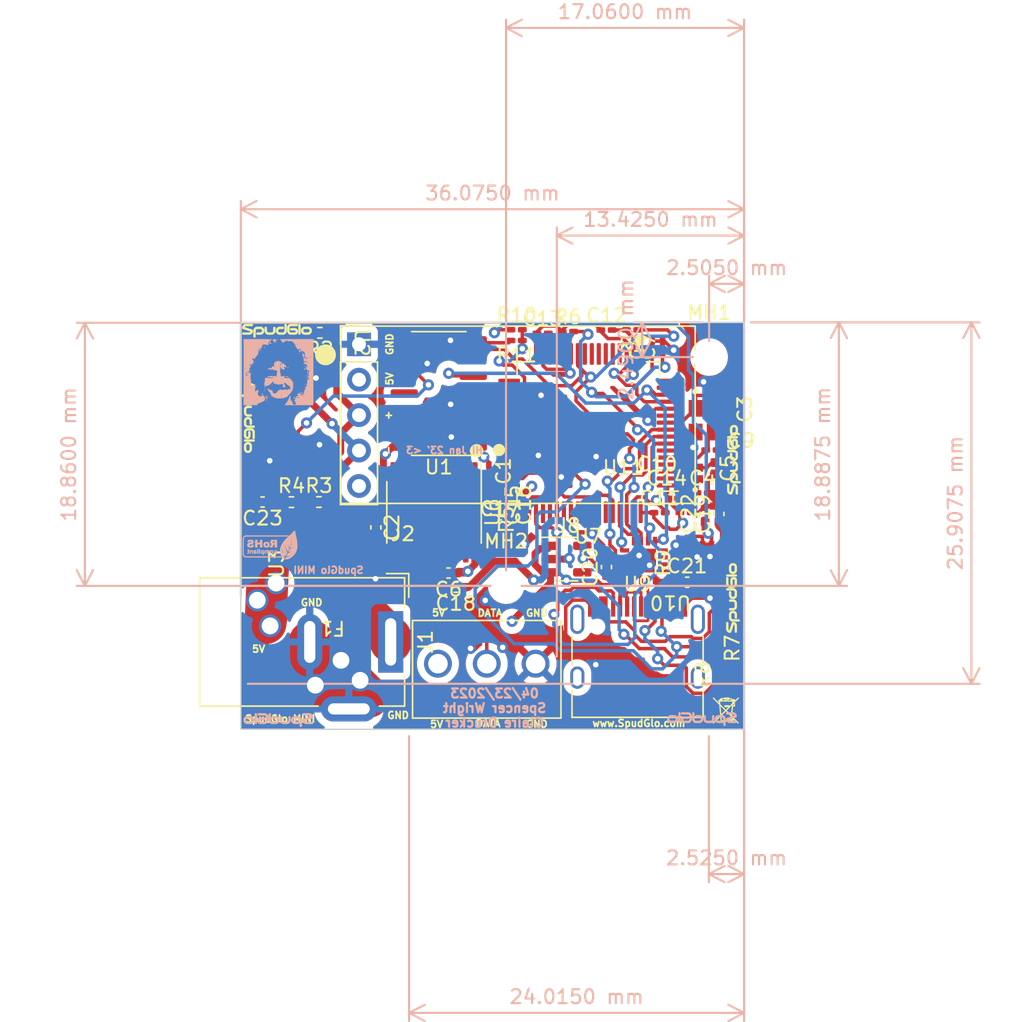
<source format=kicad_pcb>
(kicad_pcb (version 20240108) (generator "pcbnew") (generator_version "8.0")
  (layers (0 "F.Cu" signal) (1 "In1.Cu" power "GND") (2 "In2.Cu" power "PWR") (31 "B.Cu" signal) (34 "B.Paste" user) (35 "F.Paste" user) (36 "B.SilkS" user "B.Silkscreen") (37 "F.SilkS" user "F.Silkscreen") (38 "B.Mask" user) (39 "F.Mask" user) (44 "Edge.Cuts" user))
  (net 0 "")
  (net 1 "Net-(U7-PC14_OSC32_IN)")
  (net 2 "Net-(U7-PC15_OSC32_OUT)")
  (net 3 "Net-(U10-LOWPOWER)")
  (net 5 "INT_LVL_EN")
  (net 6 "XR_GPIO")
  (net 7 "WKUP1")
  (net 8 "NRST")
  (net 9 "XR_TX")
  (net 10 "XR_RX")
  (net 11 "GND1")
  (net 12 "+3V3")
  (net 13 "USBD-")
  (net 14 "USBD+")
  (net 15 "VBUS")
  (net 17 "/OUT_1_N")
  (net 18 "INT_1")
  (net 20 "Net-(U2-Anode_1)")
  (net 21 "+5V")
  (net 22 "/OUT_1_P")
  (net 23 "Net-(U11-IN)")
  (net 24 "Net-(F1-Pad1)")
  (net 25 "TIM1_CH1_SHIFT")
  (net 26 "VBUS_PRESENT")
  (net 27 "SWCLK")
  (net 28 "SWDIO")
  (net 29 "/spud_glo_mini_micro/BOOT0")
  (net 33 "/spud_glo_mini_micro/TIM1_CH1")
  (net 47 "/spud_glo_mini_micro/OSC48_HI")
  (net 48 "/spud_glo_mini_micro/OSC48_LO")
  (footprint "Capacitor_SMD:C_0201_0603Metric_Pad0.64x0.40mm_HandSolder" (layer "F.Cu") (at 172.49 102.1025 90)
    (property "Reference" "C8")
    (property "Value" "0.1u")
  )
  (footprint "Resistor_SMD:R_0201_0603Metric_Pad0.64x0.40mm_HandSolder" (layer "F.Cu") (at 177.1904 123.7245 -90)
    (property "Reference" "R7")
    (property "Value" "10k")
  )
  (footprint "srw_custom:433MHz_receiver" (layer "F.Cu") (at 149.68 113.860001 90)
    (property "Reference" "U3")
    (property "Value" "receiver_433MHz")
  )
  (footprint "Capacitor_SMD:C_0402_1005Metric_Pad0.74x0.62mm_HandSolder" (layer "F.Cu") (at 176.29 114.0875 90)
    (property "Reference" "C22")
    (property "Value" "1u")
  )
  (footprint "LOGO" (layer "F.Cu") (at 145.6 100.96)
    (property "Reference" "G***" (hide yes))
    (property "Value" "LOGO" (hide yes))
  )
  (footprint "Capacitor_SMD:C_0402_1005Metric_Pad0.74x0.62mm_HandSolder" (layer "F.Cu") (at 152.69 115.06 -90)
    (property "Reference" "C2")
    (property "Value" "1u")
  )
  (footprint "Capacitor_SMD:C_0402_1005Metric_Pad0.74x0.62mm_HandSolder" (layer "F.Cu") (at 169.22 117.9 90)
    (property "Reference" "C20")
    (property "Value" "1u")
  )
  (footprint "MountingHole:MountingHole_2.1mm" (layer "F.Cu") (at 162.02 119.25)
    (property "Reference" "MH2")
    (property "Value" "MountingHole_Pad")
  )
  (footprint "srw_custom:2410FA" (layer "F.Cu") (at 150.49 120.07 180)
    (property "Reference" "F1")
    (property "Value" "Fuse-2410FA")
  )
  (footprint "Capacitor_SMD:C_0201_0603Metric_Pad0.64x0.40mm_HandSolder" (layer "F.Cu") (at 173.24 102.1125 90)
    (property "Reference" "C7")
    (property "Value" "0.1u")
  )
  (footprint "Connector_BarrelJack:BarrelJack_Wuerth_6941xx301002" (layer "F.Cu") (at 153.75 123.27 -90)
    (property "Reference" "J1")
    (property "Value" "Barrel_Jack_Switch")
  )
  (footprint "Capacitor_SMD:C_0402_1005Metric_Pad0.74x0.62mm_HandSolder" (layer "F.Cu") (at 144.5675 113.24 180)
    (property "Reference" "C23")
    (property "Value" "10u")
  )
  (footprint "Capacitor_SMD:C_0201_0603Metric_Pad0.64x0.40mm_HandSolder" (layer "F.Cu") (at 176.88 110.82 -90)
    (property "Reference" "C5")
    (property "Value" "8p")
  )
  (footprint "Capacitor_SMD:C_0201_0603Metric_Pad0.64x0.40mm_HandSolder" (layer "F.Cu") (at 176.11 112.58)
    (property "Reference" "C4")
    (property "Value" "8p")
  )
  (footprint "Resistor_SMD:R_0201_0603Metric_Pad0.64x0.40mm_HandSolder" (layer "F.Cu") (at 166.4575 101.02)
    (property "Reference" "R6")
    (property "Value" "10k")
  )
  (footprint "Capacitor_SMD:C_0402_1005Metric_Pad0.74x0.62mm_HandSolder" (layer "F.Cu") (at 175.0075 118.99)
    (property "Reference" "C21")
    (property "Value" "1u")
  )
  (footprint "Package_QFP:LQFP-64_10x10mm_P0.5mm" (layer "F.Cu") (at 167.92 108.3 180)
    (property "Reference" "U7")
    (property "Value" "STM32L431RCTx")
  )
  (footprint "Capacitor_SMD:C_0201_0603Metric_Pad0.64x0.40mm_HandSolder" (layer "F.Cu") (at 169.2225 100.91)
    (property "Reference" "C12")
    (property "Value" "0.1u")
  )
  (footprint "srw_custom:XTAL_ECS-480-8-36-RWN-TR" (layer "F.Cu") (at 176.26 107.3725 -90)
    (property "Reference" "U5" (hide yes))
    (property "Value" "ECS-480-8-36-RWN-TR")
  )
  (footprint "srw_custom:NCP361" (layer "F.Cu") (at 175.45 115.795)
    (property "Reference" "U11")
    (property "Value" "NCP361")
  )
  (footprint "Capacitor_SMD:C_0201_0603Metric_Pad0.64x0.40mm_HandSolder" (layer "F.Cu") (at 162.24 113.4625 -90)
    (property "Reference" "C16")
    (property "Value" "1u")
  )
  (footprint "Package_SO:SOIC-14_3.9x8.7mm_P1.27mm" (layer "F.Cu") (at 157.2 105.46 180)
    (property "Reference" "U1")
    (property "Value" "TXS0104EDR")
  )
  (footprint "Connector_USB:USB_C_Receptacle_HRO_TYPE-C-31-M-12" (layer "F.Cu") (at 171.45 124.775)
    (property "Reference" "U9")
    (property "Value" "USB-C-31-M-12")
  )
  (footprint "Resistor_SMD:R_0201_0603Metric_Pad0.64x0.40mm_HandSolder" (layer "F.Cu") (at 171.0525 100.9 180)
    (property "Reference" "R1")
    (property "Value" "10k")
  )
  (footprint "srw_custom:1984620" (layer "F.Cu") (at 155.5 121.68)
    (property "Reference" "J2")
    (property "Value" "Conn_01x03_Male")
  )
  (footprint "Resistor_SMD:R_0402_1005Metric" (layer "F.Cu") (at 148.68 101.11 180)
    (property "Reference" "R2")
    (property "Value" "1k")
  )
  (footprint "Resistor_SMD:R_0201_0603Metric_Pad0.64x0.40mm_HandSolder" (layer "F.Cu") (at 162.78 100.89)
    (property "Reference" "R10")
    (property "Value" "10k")
  )
  (footprint "Capacitor_SMD:C_0201_0603Metric_Pad0.64x0.40mm_HandSolder" (layer "F.Cu") (at 178.09 106.5925 -90)
    (property "Reference" "C3")
    (property "Value" "6p")
  )
  (footprint "LOGO" (layer "F.Cu") (at 177.77 128.2)
    (property "Reference" "G***" (hide yes))
    (property "Value" "LOGO" (hide yes))
  )
  (footprint "Capacitor_SMD:C_0201_0603Metric_Pad0.64x0.40mm_HandSolder" (layer "F.Cu") (at 176.7425 109.51)
    (property "Reference" "C9")
    (property "Value" "6p")
  )
  (footprint "Resistor_SMD:R_0201_0603Metric_Pad0.64x0.40mm_HandSolder" (layer "F.Cu") (at 162.78 101.66 180)
    (property "Reference" "R11")
    (property "Value" "28k")
  )
  (footprint "Resistor_SMD:R_0201_0603Metric_Pad0.64x0.40mm_HandSolder" (layer "F.Cu") (at 177.1904 125.6291 90)
    (property "Reference" "R8")
    (property "Value" "10k")
  )
  (footprint "LOGO" (layer "F.Cu") (at 143.52 107.22 -90)
    (property "Reference" "G***" (hide yes))
    (property "Value" "LOGO" (hide yes))
  )
  (footprint "Capacitor_SMD:C_0201_0603Metric_Pad0.64x0.40mm_HandSolder" (layer "F.Cu") (at 164.64 101.15)
    (property "Reference" "C13")
    (property "Value" "0.1u")
  )
  (footprint "LOGO" (layer "F.Cu") (at 178.29 120.12 90)
    (property "Reference" "G***" (hide yes))
    (property "Value" "LOGO" (hide yes))
  )
  (footprint "Capacitor_SMD:C_0201_0603Metric_Pad0.64x0.40mm_HandSolder" (layer "F.Cu") (at 173.0275 114)
    (property "Reference" "C11")
    (property "Value" "0.1u")
  )
  (footprint "Capacitor_SMD:C_0402_1005Metric_Pad0.74x0.62mm_HandSolder" (layer "F.Cu") (at 158.4175 119.35 180)
    (property "Reference" "C18")
    (property "Value" "1u")
  )
  (footprint "Capacitor_SMD:C_0201_0603Metric_Pad0.64x0.40mm_HandSolder" (layer "F.Cu") (at 160.79 111.02 -90)
    (property "Reference" "C1")
    (property "Value" "1u")
  )
  (footprint "MountingHole:MountingHole_2.2mm_M2" (layer "F.Cu") (at 176.58 102.85)
    (property "Reference" "MH1")
    (property "Value" "MountingHole_Pad")
  )
  (footprint "srw_custom:XTAL_ECS-.327-9-1210-TR" (layer "F.Cu") (at 175.58 111.19 90)
    (property "Reference" "U4" (hide yes))
    (property "Value" "ECS-.327-9-1210-TR")
  )
  (footprint "Capacitor_SMD:C_0201_0603Metric_Pad0.64x0.40mm_HandSolder" (layer "F.Cu") (at 174.24875 112.98)
    (property "Reference" "C10")
    (property "Value" "0.1u")
  )
  (footprint "Capacitor_SMD:C_0201_0603Metric_Pad0.64x0.40mm_HandSolder" (layer "F.Cu") (at 161.47 113.4625 -90)
    (property "Reference" "C15")
    (property "Value" "0.01u")
  )
  (footprint "Resistor_SMD:R_0201_0603Metric_Pad0.64x0.40mm_HandSolder" (layer "F.Cu") (at 174.33 117.6 90)
    (property "Reference" "R9")
    (property "Value" "10k")
  )
  (footprint "Package_SO:TSSOP-20_4.4x6.5mm_P0.65mm" (layer "F.Cu") (at 156.86 113.98 -90)
    (property "Reference" "U6")
    (property "Value" "SN74HCT245PW")
  )
  (footprint "Capacitor_SMD:C_0402_1005Metric_Pad0.74x0.62mm_HandSolder" (layer "F.Cu") (at 177.28 114.0975 90)
    (property "Reference" "C19")
    (property "Value" "1u")
  )
  (footprint "Resistor_SMD:R_0402_1005Metric" (layer "F.Cu") (at 148.61 113.24)
    (property "Reference" "R3")
    (property "Value" "10k")
  )
  (footprint "Resistor_SMD:R_0402_1005Metric" (layer "F.Cu") (at 146.64 113.25)
    (property "Reference" "R4")
    (property "Value" "1k")
  )
  (footprint "srw_custom:PS2501L-1" (layer "F.Cu") (at 151.19 101.81 -90)
    (property "Reference" "U2")
    (property "Value" "PS2501L-1")
  )
  (footprint "Capacitor_SMD:C_0201_0603Metric_Pad0.64x0.40mm_HandSolder" (layer "F.Cu") (at 174.89 113.99)
    (property "Reference" "C14")
    (property "Value" "4.7u")
  )
  (footprint "Package_TO_SOT_SMD:SOT-23-5" (layer "F.Cu") (at 166.35 117.33)
    (property "Reference" "U8")
    (property "Value" "LP5907MFX-3.3")
  )
  (footprint "Resistor_SMD:R_0201_0603Metric_Pad0.64x0.40mm_HandSolder" (layer "F.Cu") (at 163.11 114.5 90)
    (property "Reference" "R5")
    (property "Value" "10k")
  )
  (footprint "LOGO" (layer "F.Cu") (at 178.36 110.21 90)
    (property "Reference" "G***" (hide yes))
    (property "Value" "LOGO" (hide yes))
  )
  (footprint "Capacitor_SMD:C_0402_1005Metric_Pad0.74x0.62mm_HandSolder" (layer "F.Cu") (at 157.8975 118.33 180)
    (property "Reference" "C6")
    (property "Value" "0.1u")
  )
  (footprint "Capacitor_SMD:C_0402_1005Metric_Pad0.74x0.62mm_HandSolder" (layer "F.Cu") (at 161.5781 114.8842)
    (property "Reference" "C17")
    (property "Value" "1u")
  )
  (footprint "srw_custom:XR21B1411" (layer "F.Cu") (at 173.3025 118.215 180)
    (property "Reference" "U10")
    (property "Value" "XR21B1411")
  )
  (footprint "LOGO" (layer "B.Cu") (at 145.71 103.93 180)
    (property "Reference" "G***" (hide yes))
    (property "Value" "LOGO" (hide yes))
  )
  (footprint "LOGO" (layer "B.Cu") (at 145.087263 116.345751 180)
    (property "Reference" "G***" (hide yes))
    (property "Value" "LOGO" (hide yes))
  )
  (footprint "LOGO" (layer "B.Cu") (at 145.7 128.87 180)
    (property "Reference" "G***" (hide yes))
    (property "Value" "LOGO" (hide yes))
  )
  (footprint "LOGO" (layer "B.Cu") (at 176.07 128.8 180)
    (property "Reference" "G***" (hide yes))
    (property "Value" "LOGO" (hide yes))
  )
  (gr_rect (start 143.004999 100.3625) (end 179.084999 129.5325) (stroke (width 0.1)) (fill none) (layer "Edge.Cuts"))
  (gr_text "04/23/2023\nSpencer Wright\nClaire Drucker\n" (at 161.2 128.01 0) (layer "B.SilkS") (effects (font (size 0.65 0.65) (thickness 0.1625)) (justify mirror)))
  (gr_text "SpudGlo MINI" (at 149.29 118.12 0) (layer "B.SilkS") (effects (font (size 0.5 0.5) (thickness 0.125)) (justify mirror)))
  (gr_text "HI Jan 23' <3" (at 157.61 109.53 0) (layer "B.SilkS") (effects (font (size 0.5 0.5) (thickness 0.125)) (justify mirror)))
  (gr_text "DATA" (at 159.79 129.41 0) (layer "F.SilkS") (effects (font (size 0.5 0.5) (thickness 0.125)) (justify left bottom)))
  (gr_text "5V" (at 143.75 124.07 0) (layer "F.SilkS") (effects (font (size 0.5 0.5) (thickness 0.125)) (justify left bottom)))
  (gr_text "GND" (at 147.24 120.74 0) (layer "F.SilkS") (effects (font (size 0.5 0.5) (thickness 0.125)) (justify left bottom)))
  (gr_text "GND" (at 163.38 121.49 0) (layer "F.SilkS") (effects (font (size 0.5 0.5) (thickness 0.125)) (justify left bottom)))
  (gr_text "5V" (at 156.51 129.46 0) (layer "F.SilkS") (effects (font (size 0.5 0.5) (thickness 0.125)) (justify left bottom)))
  (gr_text "GND" (at 153.44 128.82 0) (layer "F.SilkS") (effects (font (size 0.5 0.5) (thickness 0.125)) (justify left bottom)))
  (gr_text "5V" (at 156.65 121.47 0) (layer "F.SilkS") (effects (font (size 0.5 0.5) (thickness 0.125)) (justify left bottom)))
  (gr_text "www.SpudGlo.com" (at 168.14 129.39 0) (layer "F.SilkS") (effects (font (size 0.5 0.5) (thickness 0.125) (bold yes)) (justify left bottom)))
  (gr_text "GND" (at 163.39 129.45 0) (layer "F.SilkS") (effects (font (size 0.5 0.5) (thickness 0.125)) (justify left bottom)))
  (gr_text "SpudGlo MINI" (at 145.83 128.78 0) (layer "F.SilkS") (effects (font (size 0.5 0.5) (thickness 0.125))))
  (gr_text "DATA" (at 159.91 121.49 0) (layer "F.SilkS") (effects (font (size 0.5 0.5) (thickness 0.125)) (justify left bottom)))
  (dimension (type orthogonal) (layer "B.SilkS") (pts (xy 179.084999 100.3625) (xy 155.07 129.52)) (height 49.4975) (orientation 0) (gr_text "24.0150 mm" (at 167.077499 148.71 0) (layer "B.SilkS") (effects (font (size 1 1) (thickness 0.15)))) (format (prefix "") (suffix "") (units 3) (units_format 1) (precision 4)) (style (thickness 0.15) (arrow_length 1.27) (text_position_mode 0) (extension_height 0.58642) (extension_offset 0.5) keep_text_aligned))
  (dimension (type orthogonal) (layer "B.SilkS") (pts (xy 179.084999 100.3625) (xy 143.01 119.25)) (height 6.795001) (orientation 1) (gr_text "18.8875 mm" (at 184.73 109.80625 90) (layer "B.SilkS") (effects (font (size 1 1) (thickness 0.15)))) (format (prefix "") (suffix "") (units 3) (units_format 1) (precision 4)) (style (thickness 0.15) (arrow_length 1.27) (text_position_mode 0) (extension_height 0.58642) (extension_offset 0.5) keep_text_aligned))
  (dimension (type orthogonal) (layer "B.SilkS") (pts (xy 162.02 119.25) (xy 179.08 120.24)) (height -40) (orientation 0) (gr_text "17.0600 mm" (at 170.55 78.1 0) (layer "B.SilkS") (effects (font (size 1 1) (thickness 0.15)))) (format (prefix "") (suffix "") (units 3) (units_format 1) (precision 4)) (style (thickness 0.15) (arrow_length 1.27) (text_position_mode 0) (extension_height 0.58642) (extension_offset 0.5) keep_text_aligned))
  (dimension (type orthogonal) (layer "B.SilkS") (pts (xy 179.084999 100.3625) (xy 176.56 129.53)) (height 39.5475) (orientation 0) (gr_text "2.5250 mm" (at 177.822499 138.76 0) (layer "B.SilkS") (effects (font (size 1 1) (thickness 0.15)))) (format (prefix "") (suffix "") (units 3) (units_format 1) (precision 4)) (style (thickness 0.15) (arrow_length 1.27) (text_position_mode 0) (extension_height 0.58642) (extension_offset 0.5) keep_text_aligned))
  (dimension (type orthogonal) (layer "B.SilkS") (pts (xy 176.58 102.85) (xy 176.56 100.36)) (height -4.8025) (orientation 1) (gr_text "2.4900 mm" (at 170.6275 101.605 90) (layer "B.SilkS") (effects (font (size 1 1) (thickness 0.15)))) (format (prefix "") (suffix "") (units 3) (units_format 1) (precision 4)) (style (thickness 0.15) (arrow_length 1.27) (text_position_mode 0) (extension_height 0.58642) (extension_offset 0.5) keep_text_aligned))
  (dimension (type orthogonal) (layer "B.SilkS") (pts (xy 179.084999 100.3625) (xy 165.66 124.82)) (height -6.2225) (orientation 0) (gr_text "13.4250 mm" (at 172.372499 92.99 0) (layer "B.SilkS") (effects (font (size 1 1) (thickness 0.15)))) (format (prefix "") (suffix "") (units 3) (units_format 1) (precision 4)) (style (thickness 0.15) (arrow_length 1.27) (text_position_mode 0) (extension_height 0.58642) (extension_offset 0.5) keep_text_aligned))
  (dimension (type orthogonal) (layer "B.SilkS") (pts (xy 179.084999 100.3625) (xy 176.58 102.85)) (height -2.7625) (orientation 0) (gr_text "2.5050 mm" (at 177.832499 96.45 0) (layer "B.SilkS") (effects (font (size 1 1) (thickness 0.15)))) (format (prefix "") (suffix "") (units 3) (units_format 1) (precision 4)) (style (thickness 0.15) (arrow_length 1.27) (text_position_mode 0) (extension_height 0.58642) (extension_offset 0.5) keep_text_aligned))
  (dimension (type orthogonal) (layer "B.SilkS") (pts (xy 179.084999 100.3625) (xy 143.01 126.27)) (height 16.295001) (orientation 1) (gr_text "25.9075 mm" (at 194.23 113.31625 90) (layer "B.SilkS") (effects (font (size 1 1) (thickness 0.15)))) (format (prefix "") (suffix "") (units 3) (units_format 1) (precision 4)) (style (thickness 0.15) (arrow_length 1.27) (text_position_mode 0) (extension_height 0.58642) (extension_offset 0.5) keep_text_aligned))
  (dimension (type orthogonal) (layer "B.SilkS") (pts (xy 162.02 119.25) (xy 162.03 100.39)) (height -30.19) (orientation 1) (gr_text "18.8600 mm" (at 130.68 109.82 90) (layer "B.SilkS") (effects (font (size 1 1) (thickness 0.15)))) (format (prefix "") (suffix "") (units 3) (units_format 1) (precision 4)) (style (thickness 0.15) (arrow_length 1.27) (text_position_mode 0) (extension_height 0.58642) (extension_offset 0.5) keep_text_aligned))
  (dimension (type orthogonal) (layer "B.SilkS") (pts (xy 179.084999 100.3625) (xy 143.01 120.43)) (height -8.1125) (orientation 0) (gr_text "36.0750 mm" (at 161.047499 91.1 0) (layer "B.SilkS") (effects (font (size 1 1) (thickness 0.15)))) (format (prefix "") (suffix "") (units 3) (units_format 1) (precision 4)) (style (thickness 0.15) (arrow_length 1.27) (text_position_mode 0) (extension_height 0.58642) (extension_offset 0.5) keep_text_aligned))
  (segment (start 175.58 111.6025) (end 175.0225 111.6025) (width 0.25) (layer "F.Cu") (net 1))
  (segment (start 175.7025 111.725) (end 175.58 111.6025) (width 0.25) (layer "F.Cu") (net 1))
  (segment (start 175.7025 112.58) (end 175.7025 111.725) (width 0.25) (layer "F.Cu") (net 1))
  (segment (start 174.47 111.05) (end 173.595 111.05) (width 0.25) (layer "F.Cu") (net 1))
  (segment (start 175.0225 111.6025) (end 174.47 111.05) (width 0.25) (layer "F.Cu") (net 1))
  (segment (start 173.595 110.55) (end 175.3525 110.55) (width 0.25) (layer "F.Cu") (net 2))
  (segment (start 175.3525 110.55) (end 175.58 110.7775) (width 0.25) (layer "F.Cu") (net 2))
  (segment (start 176.88 110.4125) (end 176.776459 110.4125) (width 0.25) (layer "F.Cu") (net 2))
  (segment (start 176.411459 110.7775) (end 175.58 110.7775) (width 0.25) (layer "F.Cu") (net 2))
  (segment (start 176.776459 110.4125) (end 176.411459 110.7775) (width 0.25) (layer "F.Cu") (net 2))
  (segment (start 173.3725 118.245) (end 174.0925 118.245) (width 0.25) (layer "F.Cu") (net 3))
  (segment (start 174.0925 118.245) (end 174.33 118.0075) (width 0.25) (layer "F.Cu") (net 3))
  (segment (start 167.04 105.99) (end 167.04 105.33) (width 0.25) (layer "F.Cu") (net 5))
  (segment (start 171.695 115.478604) (end 171.316396 115.1) (width 0.25) (layer "F.Cu") (net 5))
  (segment (start 167.984315 104.28) (end 167.17 103.465685) (width 0.25) (layer "F.Cu") (net 5))
  (segment (start 171.695 116.0425) (end 171.695 115.478604) (width 0.25) (layer "F.Cu") (net 5))
  (segment (start 166.740428 104.9) (end 167.454315 104.186113) (width 0.25) (layer "F.Cu") (net 5))
  (segment (start 165.104315 104.9) (end 166.740428 104.9) (width 0.25) (layer "F.Cu") (net 5))
  (segment (start 167.454315 103.75) (end 167.17 103.465685) (width 0.25) (layer "F.Cu") (net 5))
  (segment (start 167.454315 104.186113) (end 167.454315 103.75) (width 0.25) (layer "F.Cu") (net 5))
  (segment (start 163.194315 102.99) (end 165.104315 104.9) (width 0.25) (layer "F.Cu") (net 5))
  (segment (start 170.722456 108.357756) (end 169.407756 108.357756) (width 0.25) (layer "F.Cu") (net 5))
  (segment (start 170.67 112.716768) (end 170.67 113.975) (width 0.25) (layer "F.Cu") (net 5))
  (segment (start 158.256049 102.6922) (end 158.653249 102.295) (width 0.25) (layer "F.Cu") (net 5))
  (segment (start 162.6 102.99) (end 163.194315 102.99) (width 0.25) (layer "F.Cu") (net 5))
  (segment (start 158.653249 102.295) (end 161.905 102.295) (width 0.25) (layer "F.Cu") (net 5))
  (segment (start 170.8705 110.1255) (end 170.8705 109.4195) (width 0.25) (layer "F.Cu") (net 5))
  (segment (start 161.905 102.295) (end 162.6 102.99) (width 0.25) (layer "F.Cu") (net 5))
  (segment (start 174.03995 101.35205) (end 173.5879 100.9) (width 0.25) (layer "F.Cu") (net 5))
  (segment (start 168.09 104.28) (end 167.984315 104.28) (width 0.25) (layer "F.Cu") (net 5))
  (segment (start 156.972 102.6922) (end 158.256049 102.6922) (width 0.25) (layer "F.Cu") (net 5))
  (segment (start 155.9298 101.65) (end 156.972 102.6922) (width 0.25) (layer "F.Cu") (net 5))
  (segment (start 167.04 105.33) (end 168.09 104.28) (width 0.25) (layer "F.Cu") (net 5))
  (segment (start 170.954315 115.1) (end 170.67 114.815685) (width 0.25) (layer "F.Cu") (net 5))
  (segment (start 167.17 103.465685) (end 167.17 102.625) (width 0.25) (layer "F.Cu") (net 5))
  (segment (start 171.316396 115.1) (end 170.954315 115.1) (width 0.25) (layer "F.Cu") (net 5))
  (segment (start 170.67 114.815685) (end 170.67 113.975) (width 0.25) (layer "F.Cu") (net 5))
  (segment (start 171.145 109.145) (end 171.145 108.7803) (width 0.25) (layer "F.Cu") (net 5))
  (segment (start 154.725 101.65) (end 155.9298 101.65) (width 0.25) (layer "F.Cu") (net 5))
  (segment (start 169.407756 108.357756) (end 167.04 105.99) (width 0.25) (layer "F.Cu") (net 5))
  (segment (start 170.8705 109.4195) (end 171.145 109.145) (width 0.25) (layer "F.Cu") (net 5))
  (segment (start 173.5879 100.9) (end 171.46 100.9) (width 0.25) (layer "F.Cu") (net 5))
  (segment (start 171.198527 112.188241) (end 170.67 112.716768) (width 0.25) (layer "F.Cu") (net 5))
  (segment (start 171.145 108.7803) (end 170.722456 108.357756) (width 0.25) (layer "F.Cu") (net 5))
  (via (at 174.03995 101.35205) (size 0.8) (drill 0.4) (layers "F.Cu" "B.Cu") (net 5))
  (via (at 170.8705 110.1255) (size 0.8) (drill 0.4) (layers "F.Cu" "B.Cu") (net 5))
  (via (at 168.09 104.28) (size 0.8) (drill 0.4) (layers "F.Cu" "B.Cu") (net 5))
  (via (at 171.198527 112.188241) (size 0.8) (drill 0.4) (layers "F.Cu" "B.Cu") (net 5))
  (segment (start 171.198527 110.453527) (end 170.8705 110.1255) (width 0.25) (layer "B.Cu") (net 5))
  (segment (start 171.402645 101.35205) (end 168.474695 104.28) (width 0.25) (layer "B.Cu") (net 5))
  (segment (start 171.198527 112.188241) (end 171.198527 110.453527) (width 0.25) (layer "B.Cu") (net 5))
  (segment (start 168.474695 104.28) (end 168.09 104.28) (width 0.25) (layer "B.Cu") (net 5))
  (segment (start 174.03995 101.35205) (end 171.402645 101.35205) (width 0.25) (layer "B.Cu") (net 5))
  (segment (start 171.13 115.55) (end 170.767919 115.55) (width 0.25) (layer "F.Cu") (net 6))
  (segment (start 170.767919 115.55) (end 170.17 114.952081) (width 0.25) (layer "F.Cu") (net 6))
  (segment (start 171.195 116.0425) (end 171.195 115.615) (width 0.25) (layer "F.Cu") (net 6))
  (segment (start 171.195 115.615) (end 171.13 115.55) (width 0.25) (layer "F.Cu") (net 6))
  (segment (start 170.17 114.952081) (end 170.17 113.975) (width 0.25) (layer "F.Cu") (net 6))
  (segment (start 172.12 105.21) (end 172.414315 105.21) (width 0.25) (layer "F.Cu") (net 7))
  (segment (start 159.675 104.19) (end 158.0888 104.19) (width 0.25) (layer "F.Cu") (net 7))
  (segment (start 173.295048 115.908724) (end 173.161272 116.0425) (width 0.25) (layer "F.Cu") (net 7))
  (segment (start 172.754315 105.55) (end 173.595 105.55) (width 0.25) (layer "F.Cu") (net 7))
  (segment (start 172.414315 105.21) (end 172.754315 105.55) (width 0.25) (layer "F.Cu") (net 7))
  (segment (start 158.0888 104.19) (end 157.9118 104.013) (width 0.25) (layer "F.Cu") (net 7))
  (segment (start 173.161272 116.0425) (end 172.695 116.0425) (width 0.25) (layer "F.Cu") (net 7))
  (via (at 157.9118 104.013) (size 0.8) (drill 0.4) (layers "F.Cu" "B.Cu") (net 7))
  (via (at 173.295048 115.908724) (size 0.8) (drill 0.4) (layers "F.Cu" "B.Cu") (net 7))
  (via (at 172.12 105.21) (size 0.8) (drill 0.4) (layers "F.Cu" "B.Cu") (net 7))
  (segment (start 172.12 105.21) (end 171.185 106.145) (width 0.25) (layer "B.Cu") (net 7))
  (segment (start 173.5212 115.682572) (end 173.295048 115.908724) (width 0.25) (layer "B.Cu") (net 7))
  (segment (start 173.42 112.704695) (end 173.5212 112.805895) (width 0.25) (layer "B.Cu") (net 7))
  (segment (start 173.5212 112.805895) (end 173.5212 115.682572) (width 0.25) (layer "B.Cu") (net 7))
  (segment (start 172.12 105.21) (end 173.42 106.51) (width 0.25) (layer "B.Cu") (net 7))
  (segment (start 165.603818 104.013) (end 157.9118 104.013) (width 0.25) (layer "B.Cu") (net 7))
  (segment (start 167.735818 106.145) (end 165.603818 104.013) (width 0.25) (layer "B.Cu") (net 7))
  (segment (start 173.42 106.51) (end 173.42 112.704695) (width 0.25) (layer "B.Cu") (net 7))
  (segment (start 171.185 106.145) (end 167.735818 106.145) (width 0.25) (layer "B.Cu") (net 7))
  (segment (start 166.650305 119.568673) (end 166.863978 119.355) (width 0.25) (layer "F.Cu") (net 8))
  (segment (start 172.495 109.309315) (end 172.754315 109.05) (width 0.25) (layer "F.Cu") (net 8))
  (segment (start 167.898 101.212) (end 167.862 101.212) (width 0.25) (layer "F.Cu") (net 8))
  (segment (start 172.195 116.0425) (end 172.195 115.225) (width 0.25) (layer "F.Cu") (net 8))
  (segment (start 173.24 103.4) (end 173.415 103.575) (width 0.25) (layer "F.Cu") (net 8))
  (segment (start 172.195 115.225) (end 172.32 115.1) (width 0.25) (layer "F.Cu") (net 8))
  (segment (start 168.244694 105.46) (end 168.157347 105.372653) (width 0.25) (layer "F.Cu") (net 8))
  (segment (start 169.555 119.61) (end 169.7 119.755) (width 0.25) (layer "F.Cu") (net 8))
  (segment (start 172.222038 112.170539) (end 172.495 111.897577) (width 0.25) (layer "F.Cu") (net 8))
  (segment (start 165.728627 121.017959) (end 165.728627 120.111373) (width 0.25) (layer "F.Cu") (net 8))
  (segment (start 171.447456 107.947456) (end 168.96 105.46) (width 0.25) (layer "F.Cu") (net 8))
  (segment (start 166.863978 119.355) (end 168.424781 119.355) (width 0.25) (layer "F.Cu") (net 8))
  (segment (start 167.862 101.212) (end 167.67 101.02) (width 0.25) (layer "F.Cu") (net 8))
  (segment (start 172.754315 109.05) (end 173.595 109.05) (width 0.25) (layer "F.Cu") (net 8))
  (segment (start 173.24 102.52) (end 173.24 103.4) (width 0.25) (layer "F.Cu") (net 8))
  (segment (start 168.96 105.46) (end 168.244694 105.46) (width 0.25) (layer "F.Cu") (net 8))
  (segment (start 169.7 119.755) (end 169.7 120.73) (width 0.25) (layer "F.Cu") (net 8))
  (segment (start 172.495 111.897577) (end 172.495 109.309315) (width 0.25) (layer "F.Cu") (net 8))
  (segment (start 166.271327 119.568673) (end 166.650305 119.568673) (width 0.25) (layer "F.Cu") (net 8))
  (segment (start 171.447456 108.057451) (end 171.447456 107.947456) (width 0.25) (layer "F.Cu") (net 8))
  (segment (start 168.424781 119.355) (end 168.679781 119.61) (width 0.25) (layer "F.Cu") (net 8))
  (segment (start 168.679781 119.61) (end 169.555 119.61) (width 0.25) (layer "F.Cu") (net 8))
  (segment (start 165.451531 121.295055) (end 165.728627 121.017959) (width 0.25) (layer "F.Cu") (net 8))
  (segment (start 165.728627 120.111373) (end 166.271327 119.568673) (width 0.25) (layer "F.Cu") (net 8))
  (segment (start 167.67 101.02) (end 166.865 101.02) (width 0.25) (layer "F.Cu") (net 8))
  (via (at 172.32 115.1) (size 0.8) (drill 0.4) (layers "F.Cu" "B.Cu") (net 8))
  (via (at 171.447456 108.057451) (size 0.8) (drill 0.4) (layers "F.Cu" "B.Cu") (net 8))
  (via (at 165.451531 121.295055) (size 0.8) (drill 0.4) (layers "F.Cu" "B.Cu") (net 8))
  (via (at 168.157347 105.372653) (size 0.8) (drill 0.4) (layers "F.Cu" "B.Cu") (net 8))
  (via (at 167.898 101.212) (size 0.8) (drill 0.4) (layers "F.Cu" "B.Cu") (net 8))
  (via (at 172.222038 112.170539) (size 0.8) (drill 0.4) (layers "F.Cu" "B.Cu") (net 8))
  (via (at 173.415 103.575) (size 0.8) (drill 0.4) (layers "F.Cu" "B.Cu") (net 8))
  (segment (start 173.035 118.070305) (end 173.035 116.6978) (width 0.25) (layer "B.Cu") (net 8))
  (segment (start 168.474695 105.69) (end 170.575305 105.69) (width 0.25) (layer "B.Cu") (net 8))
  (segment (start 167.365 104.580305) (end 168.157347 105.372652) (width 0.25) (layer "B.Cu") (net 8))
  (segment (start 168.157348 105.372653) (end 168.474695 105.69) (width 0.25) (layer "B.Cu") (net 8))
  (segment (start 172.690305 103.575) (end 173.415 103.575) (width 0.25) (layer "B.Cu") (net 8))
  (segment (start 172.0712 114.8512) (end 172.32 115.1) (width 0.25) (layer "B.Cu") (net 8))
  (segment (start 172.32 115.9828) (end 172.32 115.1) (width 0.25) (layer "B.Cu") (net 8))
  (segment (start 168.157347 105.372652) (end 168.157347 105.372653) (width 0.25) (layer "B.Cu") (net 8))
  (segment (start 170.575305 105.69) (end 172.690305 103.575) (width 0.25) (layer "B.Cu") (net 8))
  (segment (start 167.365 101.745) (end 167.365 104.580305) (width 0.25) (layer "B.Cu") (net 8))
  (segment (start 171.251752 122.965753) (end 171.251752 119.853553) (width 0.25) (layer "B.Cu") (net 8))
  (segment (start 171.251752 119.853553) (end 173.035 118.070305) (width 0.25) (layer "B.Cu") (net 8))
  (segment (start 171.447456 108.057451) (end 171.857451 108.057451) (width 0.25) (layer "B.Cu") (net 8))
  (segment (start 172.595 108.795) (end 172.595 111.797577) (width 0.25) (layer "B.Cu") (net 8))
  (segment (start 172.595 111.797577) (end 172.222038 112.170539) (width 0.25) (layer "B.Cu") (net 8))
  (segment (start 165.451531 121.295055) (end 165.451531 122.056302) (width 0.25) (layer "B.Cu") (net 8))
  (segment (start 170.769106 123.448399) (end 171.251752 122.965753) (width 0.25) (layer "B.Cu") (net 8))
  (segment (start 165.91 122.514771) (end 165.91 123.220509) (width 0.25) (layer "B.Cu") (net 8))
  (segment (start 172.222038 112.170539) (end 172.0712 112.321377) (width 0.25) (layer "B.Cu") (net 8))
  (segment (start 173.035 116.6978) (end 172.32 115.9828) (width 0.25) (layer "B.Cu") (net 8))
  (segment (start 166.13789 123.448399) (end 170.769106 123.448399) (width 0.25) (layer "B.Cu") (net 8))
  (segment (start 165.451531 122.056302) (end 165.91 122.514771) (width 0.25) (layer "B.Cu") (net 8))
  (segment (start 167.898 101.212) (end 167.365 101.745) (width 0.25) (layer "B.Cu") (net 8))
  (segment (start 171.857451 108.057451) (end 172.595 108.795) (width 0.25) (layer "B.Cu") (net 8))
  (segment (start 172.0712 112.321377) (end 172.0712 114.8512) (width 0.25) (layer "B.Cu") (net 8))
  (segment (start 168.157347 105.372653) (end 168.157348 105.372653) (width 0.25) (layer "B.Cu") (net 8))
  (segment (start 165.91 123.220509) (end 166.13789 123.448399) (width 0.25) (layer "B.Cu") (net 8))
  (segment (start 170.305 116.695) (end 170.305 116.35) (width 0.25) (layer "F.Cu") (net 9))
  (segment (start 170.32 116.71) (end 170.305 116.695) (width 0.25) (layer "F.Cu") (net 9))
  (segment (start 170.305 116.35) (end 170.305 116.115) (width 0.25) (layer "F.Cu") (net 9))
  (segment (start 170.191085 112.171085) (end 171.06217 111.3) (width 0.25) (layer "F.Cu") (net 9))
  (segment (start 171.06217 111.3) (end 171.81 111.3) (width 0.25) (layer "F.Cu") (net 9))
  (segment (start 172.045 109.122919) (end 172.617919 108.55) (width 0.25) (layer "F.Cu") (net 9))
  (segment (start 171.81 111.3) (end 172.045 111.065) (width 0.25) (layer "F.Cu") (net 9))
  (segment (start 170.5275 116.71) (end 170.32 116.71) (width 0.25) (layer "F.Cu") (net 9))
  (segment (start 172.617919 108.55) (end 173.595 108.55) (width 0.25) (layer "F.Cu") (net 9))
  (segment (start 172.045 111.065) (end 172.045 109.122919) (width 0.25) (layer "F.Cu") (net 9))
  (via (at 170.305 116.115) (size 0.8) (drill 0.4) (layers "F.Cu" "B.Cu") (net 9))
  (via (at 170.191085 112.171085) (size 0.8) (drill 0.4) (layers "F.Cu" "B.Cu") (net 9))
  (segment (start 170.305 116.115) (end 170.305 112.285) (width 0.25) (layer "B.Cu") (net 9))
  (segment (start 170.305 112.285) (end 170.191085 112.171085) (width 0.25) (layer "B.Cu") (net 9))
  (segment (start 169.855 117.1) (end 169.855 116.695) (width 0.25) (layer "F.Cu") (net 10))
  (segment (start 170.5275 117.21) (end 169.965 117.21) (width 0.25) (layer "F.Cu") (net 10))
  (segment (start 171.595 110.775) (end 171.595 108.936523) (width 0.25) (layer "F.Cu") (net 10))
  (segment (start 169.287518 111.743802) (end 169.593063 111.743802) (width 0.25) (layer "F.Cu") (net 10))
  (segment (start 169.47 116.31) (end 169.47 115.52) (width 0.25) (layer "F.Cu") (net 10))
  (segment (start 170.486865 110.85) (end 171.52 110.85) (width 0.25) (layer "F.Cu") (net 10))
  (segment (start 172.481523 108.05) (end 173.595 108.05) (width 0.25) (layer "F.Cu") (net 10))
  (segment (start 169.965 117.21) (end 169.855 117.1) (width 0.25) (layer "F.Cu") (net 10))
  (segment (start 169.593063 111.743802) (end 170.486865 110.85) (width 0.25) (layer "F.Cu") (net 10))
  (segment (start 169.855 116.695) (end 169.47 116.31) (width 0.25) (layer "F.Cu") (net 10))
  (segment (start 171.52 110.85) (end 171.595 110.775) (width 0.25) (layer "F.Cu") (net 10))
  (segment (start 171.595 108.936523) (end 172.481523 108.05) (width 0.25) (layer "F.Cu") (net 10))
  (via (at 169.47 115.52) (size 0.8) (drill 0.4) (layers "F.Cu" "B.Cu") (net 10))
  (via (at 169.287518 111.743802) (size 0.8) (drill 0.4) (layers "F.Cu" "B.Cu") (net 10))
  (segment (start 169.47 115.52) (end 169.47 112.284695) (width 0.25) (layer "B.Cu") (net 10))
  (segment (start 169.282652 112.097347) (end 169.282652 111.748668) (width 0.25) (layer "B.Cu") (net 10))
  (segment (start 169.282652 111.748668) (end 169.287518 111.743802) (width 0.25) (layer "B.Cu") (net 10))
  (segment (start 169.47 112.284695) (end 169.282652 112.097347) (width 0.25) (layer "B.Cu") (net 10))
  (segment (start 175.419424 109.3255) (end 175.419424 108.413076) (width 0.25) (layer "F.Cu") (net 11))
  (segment (start 165.98 111.4445) (end 165.7055 111.17) (width 0.25) (layer "F.Cu") (net 11))
  (segment (start 159.687646 123.731744) (end 159.995609 123.423781) (width 0.5) (layer "F.Cu") (net 11))
  (segment (start 152.14 127.2) (end 152.17 127.2) (width 3) (layer "F.Cu") (net 11))
  (segment (start 169.22 117.43) (end 169.22 117.3325) (width 0.25) (layer "F.Cu") (net 11))
  (segment (start 171.429315 112.875) (end 171.910685 112.875) (width 0.25) (layer "F.Cu") (net 11))
  (segment (start 176.5175 111.59) (end 176.88 111.2275) (width 0.25) (layer "F.Cu") (net 11))
  (segment (start 166.5 117.33) (end 166.55 117.28) (width 0.5) (layer "F.Cu") (net 11))
  (segment (start 147.95 123.27) (end 147.95 125.27) (width 3) (layer "F.Cu") (net 11))
  (segment (start 164.929315 103.725) (end 164.67 103.465685) (width 0.25) (layer "F.Cu") (net 11))
  (segment (start 157.185 118.836827) (end 157.185 116.8425) (width 0.5) (layer "F.Cu") (net 11))
  (segment (start 148.51 125.83) (end 148.35 125.67) (width 3) (layer "F.Cu") (net 11))
  (segment (start 147.95 123.27) (end 148.21 123.27) (width 3) (layer "F.Cu") (net 11))
  (segment (start 148.35 125.67) (end 148.35 126.37) (width 3) (layer "F.Cu") (net 11))
  (segment (start 169.53 117.74) (end 169.22 117.43) (width 0.25) (layer "F.Cu") (net 11))
  (segment (start 171.910685 112.875) (end 172.33 113.294315) (width 0.25) (layer "F.Cu") (net 11))
  (segment (start 175.45 118.095) (end 176.1 118.095) (width 0.25) (layer "F.Cu") (net 11))
  (segment (start 174.2005 116.332) (end 174.33 116.4615) (width 0.25) (layer "F.Cu") (net 11))
  (segment (start 155.885 116.8425) (end 155.885 117.71) (width 0.25) (layer "F.Cu") (net 11))
  (segment (start 152.66 118.74) (end 152.61 118.69) (width 0.5) (layer "F.Cu") (net 11))
  (segment (start 162.1456 114.5456) (end 162.1456 114.8842) (width 0.5) (layer "F.Cu") (net 11))
  (segment (start 155.885 117.835) (end 155.885 116.8425) (width 0.5) (layer "F.Cu") (net 11))
  (segment (start 172.7962 113.25766) (end 172.7962 113.1062) (width 0.25) (layer "F.Cu") (net 11))
  (segment (start 149.195 126.515) (end 149.88 127.2) (width 3) (layer "F.Cu") (net 11))
  (segment (start 172.18893 107.115385) (end 172.754315 106.55) (width 0.25) (layer "F.Cu") (net 11))
  (segment (start 159.675 106.735) (end 159.865 106.925) (width 0.25) (layer "F.Cu") (net 11))
  (segment (start 161.145 107.186853) (end 161.145 107.015) (width 0.25) (layer "F.Cu") (net 11))
  (segment (start 148.35 126.37) (end 149.05 126.37) (width 3) (layer "F.Cu") (net 11))
  (segment (start 157.11 118.911827) (end 157.11 118.9) (width 0.5) (layer "F.Cu") (net 11))
  (segment (start 144 112.48) (end 144.77 111.71) (width 0.5) (layer "F.Cu") (net 11))
  (segment (start 172.33 113.294315) (end 172.33 113.35) (width 0.25) (layer "F.Cu") (net 11))
  (segment (start 159.477141 123.731744) (end 159.687646 123.731744) (width 0.5) (layer "F.Cu") (net 11))
  (segment (start 166.3 122.75) (end 168.45 124.9) (width 0.25) (layer "F.Cu") (net 11))
  (segment (start 160.025584 121.985584) (end 161.09 123.05) (width 0.25) (layer "F.Cu") (net 11))
  (segment (start 175.575 118.99) (end 175.575 118.22) (width 0.25) (layer "F.Cu") (net 11))
  (segment (start 159.675 108) (end 157.847772 108) (width 0.5) (layer "F.Cu") (net 11))
  (segment (start 177.53 109.89) (end 177.53 110.857817) (width 0.5) (layer "F.Cu") (net 11))
  (segment (start 157.33 118.33) (end 157.185 118.185) (width 0.25) (layer "F.Cu") (net 11))
  (segment (start 149.05 126.37) (end 149.195 126.515) (width 3) (layer "F.Cu") (net 11))
  (segment (start 161.145 107.015) (end 160.86 106.73) (width 0.25) (layer "F.Cu") (net 11))
  (segment (start 152.66 115.6575) (end 152.69 115.6275) (width 0.5) (layer "F.Cu") (net 11))
  (segment (start 145.08 110.28) (end 144.77 110.59) (width 0.5) (layer "F.Cu") (net 11))
  (segment (start 160.0825 101.825) (end 162.2075 101.825) (width 0.25) (layer "F.Cu") (net 11))
  (segment (start 174.33 116.4615) (end 174.33 117.1925) (width 0.25) (layer "F.Cu") (net 11))
  (segment (start 173.367595 101.705) (end 173.24 101.705) (width 0.25) (layer "F.Cu") (net 11))
  (segment (start 167.74 120.27) (end 166.788274 120.27) (width 0.25) (layer "F.Cu") (net 11))
  (segment (start 171.17 102.625) (end 171.17 104.07) (width 0.25) (layer "F.Cu") (net 11))
  (segment (start 162.46 114.86) (end 161.47 113.87) (width 0.5) (layer "F.Cu") (net 11))
  (segment (start 158.546 106.73) (end 157.46 106.73) (width 0.25) (layer "F.Cu") (net 11))
  (segment (start 170.645 101.003541) (end 170.645 100.9) (width 0.25) (layer "F.Cu") (net 11))
  (segment (start 176.1 117.18) (end 175.45 117.83) (width 0.25) (layer "F.Cu") (net 11))
  (segment (start 163.31 116.25) (end 162.46 115.4) (width 0.5) (layer "F.Cu") (net 11))
  (segment (start 170.5275 117.71) (end 171.645 117.71) (width 0.25) (layer "F.Cu") (net 11))
  (segment (start 159.675 101.65) (end 158.0388 101.65) (width 0.25) (layer "F.Cu") (net 11))
  (segment (start 165.7055 111.17) (end 163.602081 111.17) (width 0.25) (layer "F.Cu") (net 11))
  (segment (start 171.17 113.134315) (end 171.429315 112.875) (width 0.25) (layer "F.Cu") (net 11))
  (segment (start 155.885 117.71) (end 156.085 117.91) (width 0.25) (layer "F.Cu") (net 11))
  (segment (start 168.196332 115.506671) (end 169.02 116.330339) (width 0.25) (layer "F.Cu") (net 11))
  (segment (start 176.3 113.53) (end 176.29 113.52) (width 0.5) (layer "F.Cu") (net 11))
  (segment (start 171.195 118.16) (end 171.92 117.435) (width 0.25) (layer "F.Cu") (net 11))
  (segment (start 162.4625 114.0925) (end 162.24 113.87) (width 0.25) (layer "F.Cu") (net 11))
  (segment (start 170.08 117.74) (end 169.53 117.74) (width 0.25) (layer "F.Cu") (net 11))
  (segment (start 175.419424 108.413076) (end 175.61 108.2225) (width 0.25) (layer "F.Cu") (net 11))
  (segment (start 170.635 100.91) (end 170.645 100.9) (width 0.25) (layer "F.Cu") (net 11))
  (segment (start 157.185 116.153959) (end 157.185 116.8425) (width 0.25) (layer "F.Cu") (net 11))
  (segment (start 157.46 106.73) (end 157.17 107.02) (width 0.25) (layer "F.Cu") (net 11))
  (segment (start 155.96 119.388173) (end 155.96 117.91) (width 0.5) (layer "F.Cu") (net 11))
  (segment (start 144.77 110.59) (end 144.77 111.71) (width 0.5) (layer "F.Cu") (net 11))
  (segment (start 147.95 125.27) (end 148.51 125.83) (width 3) (layer "F.Cu") (net 11))
  (segment (start 152.69 115.6275) (end 152.778099 115.6275) (width 0.5) (layer "F.Cu") (net 11))
  (segment (start 162.245 111.55) (end 160.9125 111.55) (width 0.25) (layer "F.Cu") (net 11))
  (segment (start 163.31 116.137277) (end 160.79 113.617277) (width 0.25) (layer "F.Cu") (net 11))
  (segment (start 171.17 101.528541) (end 170.645 101.003541) (width 0.25) (layer "F.Cu") (net 11))
  (segment (start 175.2975 113.99) (end 175.2975 113.67) (width 0.25) (layer "F.Cu") (net 11))
  (segment (start 157.11 118.911827) (end 157.185 118.836827) (width 0.5) (layer "F.Cu") (net 11))
  (segment (start 166.615623 103.9995) (end 166.341123 103.725) (width 0.25) (layer "F.Cu") (net 11))
  (segment (start 156.5996 107.5904) (end 157.17 107.02) (width 0.5) (layer "F.Cu") (net 11))
  (segment (start 174.75 120.73) (end 174.7 120.73) (width 0.25) (layer "F.Cu") (net 11))
  (segment (start 171.17 104.07) (end 171.15 104.09) (width 0.25) (layer "F.Cu") (net 11))
  (segment (start 177.3875 107) (end 178.09 107) (width 0.25) (layer "F.Cu") (net 11))
  (segment (start 152.61 118.69) (end 152.61 116.652183) (width 0.5) (layer "F.Cu") (net 11))
  (segment (start 171.645 117.71) (end 171.92 117.435) (width 0.25) (layer "F.Cu") (net 11))
  (segment (start 157.185 118.185) (end 157.185 116.8425) (width 0.25) (layer "F.Cu") (net 11))
  (segment (start 157.847772 108) (end 157.847772 108.832228) (width 0.5) (layer "F.Cu") (net 11))
  (segment (start 159.995609 123.423781) (end 155.96 119.388173) (width 0.5) (layer "F.Cu") (net 11))
  (segment (start 161.78 123.66) (end 161.78 123.581827) (width 0.5) (layer "F.Cu") (net 11))
  (segment (start 174.0395 102.351552) (end 174.014147 102.351552) (width 0.25) (layer "F.Cu") (net 11))
  (segment (start 157.835 108.845) (end 158.1 108.58) (width 0.5) (layer "F.Cu") (net 11))
  (segment (start 156.535 111.1175) (end 156.535 108.2746) (width 0.5) (layer "F.Cu") (net 11))
  (segment (start 166.3 120.758274) (end 166.3 122.75) (width 0.25) (layer "F.Cu") (net 11))
  (segment (start 163.11 114.0925) (end 162.4625 114.0925) (width 0.25) (layer "F.Cu") (net 11))
  (segment (start 163.222081 111.55) (end 162.245 111.55) (width 0.25) (layer "F.Cu") (net 11))
  (segment (start 172.5 101.705) (end 172.49 101.695) (width 0.25) (layer "F.Cu") (net 11))
  (segment (start 170.5275 117.71) (end 170.11 117.71) (width 0.25) (layer "F.Cu") (net 11))
  (segment (start 170.11 117.71) (end 170.08 117.74) (width 0.25) (layer "F.Cu") (net 11))
  (segment (start 156.535 108.2746) (end 156.5996 108.21) (width 0.5) (layer "F.Cu") (net 11))
  (segment (start 176.91 106.5225) (end 177.3875 107) (width 0.25) (layer "F.Cu") (net 11))
  (segment (start 166.788274 120.27) (end 166.3 120.758274) (width 0.25) (layer "F.Cu") (net 11))
  (segment (start 171.195 118.8175) (end 171.195 118.16) (width 0.25) (layer "F.Cu") (net 11))
  (segment (start 152.66 118.74) (end 152.66 115.6575) (width 0.5) (layer "F.Cu") (net 11))
  (segment (start 177.28 113.3425) (end 176.5175 112.58) (width 0.5) (layer "F.Cu") (net 11))
  (segment (start 177.15 109.51) (end 177.53 109.89) (width 0.5) (layer "F.Cu") (net 11))
  (segment (start 161.78 123.581827) (end 157.11 118.911827) (width 0.5) (layer "F.Cu") (net 11))
  (segment (start 176.5175 112.58) (end 176.5175 111.59) (width 0.25) (layer "F.Cu") (net 11))
  (segment (start 175.82 113.99) (end 176.29 113.52) (width 0.25) (layer "F.Cu") (net 11))
  (segment (start 177.28 113.53) (end 177.28 113.3425) (width 0.5) (layer "F.Cu") (net 11))
  (segment (start 157.185 116.8425) (end 157.185 117.71) (width 0.25) (layer "F.Cu") (net 11))
  (segment (start 156.985 117.91) (end 156.985 118.93) (width 0.25) (layer "F.Cu") (net 11))
  (segment (start 172.33 113.35) (end 172.888541 113.35) (width 0.25) (layer "F.Cu") (net 11))
  (segment (start 161.47 113.87) (end 162.1456 114.5456) (width 0.5) (layer "F.Cu") (net 11))
  (segment (start 162.46 115.4) (end 162.46 114.86) (width 0.5) (layer "F.Cu") (net 11))
  (segment (start 157.558959 115.78) (end 157.185 116.153959) (width 0.25) (layer "F.Cu") (net 11))
  (segment (start 164.67 101.631041) (end 165.0475 101.253541) (width 0.25) (layer "F.Cu") (net 11))
  (segment (start 169.02 116.496396) (end 169.22 116.696396) (width 0.25) (layer "F.Cu") (net 11))
  (segment (start 168.2 120.73) (end 167.74 120.27) (width 0.25) (layer "F.Cu") (net 11))
  (segment (start 153.935 114.470599) (end 153.935 111.1175) (width 0.5) (layer "F.Cu") (net 11))
  (segment (start 172.18893 107.38721) (end 172.18893 107.115385) (width 0.25) (layer "F.Cu") (net 11))
  (segment (start 159.135 116.153959) (end 158.761041 115.78) (width 0.25) (layer "F.Cu") (net 11))
  (segment (start 160.79 113.617277) (end 160.79 111.4275) (width 0.25) (layer "F.Cu") (net 11))
  (segment (start 174.014147 102.351552) (end 173.367595 101.705) (width 0.25) (layer "F.Cu") (net 11))
  (segment (start 173.435 113.896459) (end 173.435 114) (width 0.25) (layer "F.Cu") (net 11))
  (segment (start 144 113.24) (end 144 112.48) (width 0.5) (layer "F.Cu") (net 11))
  (segment (start 160.9125 111.55) (end 160.79 111.4275) (width 0.25) (layer "F.Cu") (net 11))
  (segment (start 175.45 117.83) (end 175.45 118.095) (width 0.25) (layer "F.Cu") (net 11))
  (segment (start 157.134302 120.385698) (end 159.009302 122.260698) (width 0.25) (layer "F.Cu") (net 11))
  (segment (start 157.85 119.35) (end 157.85 119.828604) (width 0.25) (layer "F.Cu") (net 11))
  (segment (start 175.35 120.13) (end 174.75 120.73) (width 0.25) (layer "F.Cu") (net 11))
  (segment (start 159.675 108) (end 158.68 108) (width 0.5) (layer "F.Cu") (net 11))
  (segment (start 171.17 102.625) (end 171.17 101.528541) (width 0.25) (layer "F.Cu") (net 11))
  (segment (start 160.883147 106.925) (end 161.145 107.186853) (width 0.25) (layer "F.Cu") (net 11))
  (segment (start 149.88 127.2) (end 152.14 127.2) (width 3) (layer "F.Cu") (net 11))
  (segment (start 173.24 101.705) (end 172.5 101.705) (width 0.25) (layer "F.Cu") (net 11))
  (segment (start 175.575 118.22) (end 175.45 118.095) (width 0.25) (layer "F.Cu") (net 11))
  (segment (start 157.835 111.1175) (end 157.835 108.845) (width 0.5) (layer "F.Cu") (net 11))
  (segment (start 157.85 119.828604) (end 157.868604 119.828604) (width 0.25) (layer "F.Cu") (net 11))
  (segment (start 156.085 117.91) (end 156.085 119.336396) (width 0.25) (layer "F.Cu") (net 11))
  (segment (start 165.2125 117.33) (end 166.5 117.33) (width 0.5) (layer "F.Cu") (net 11))
  (segment (start 175.2975 113.99) (end 175.82 113.99) (width 0.25) (layer "F.Cu") (net 11))
  (segment (start 159.135 116.8425) (end 159.135 116.153959) (width 0.25) (layer "F.Cu") (net 11))
  (segment (start 158.68 108) (end 158.1 108.58) (width 0.5) (layer "F.Cu") (net 11))
  (segment (start 156.985 118.93) (end 157.5975 119.5425) (width 0.25) (layer "F.Cu") (net 11))
  (segment (start 164.67 103.465685) (end 164.67 102.625) (width 0.25) (layer "F.Cu") (net 11))
  (segment (start 152.778099 115.6275) (end 153.935 114.470599) (width 0.5) (layer "F.Cu") (net 11))
  (segment (start 162.2075 101.825) (end 162.3725 101.66) (width 0.25) (layer "F.Cu") (net 11))
  (segment (start 157.185 117.71) (end 156.985 117.91) (width 0.25) (layer "F.Cu") (net 11))
  (segment (start 172.754315 106.55) (end 173.595 106.55) (width 0.25) (layer "F.Cu") (net 11))
  (segment (start 156.085 119.336396) (end 157.134302 120.385698) (width 0.25) (layer "F.Cu") (net 11))
  (segment (start 157.868604 119.828604) (end 160.025584 121.985584) (width 0.25) (layer "F.Cu") (net 11))
  (segment (start 165.0475 101.253541) (end 165.0475 101.15) (width 0.25) (layer "F.Cu") (net 11))
  (segment (start 172.888541 113.35) (end 173.03797 113.49943) (width 0.25) (layer "F.Cu") (net 11))
  (segment (start 169.22 116.696396) (end 169.22 117.3325) (width 0.25) (layer "F.Cu") (net 11))
  (segment (start 177.160317 111.2275) (end 176.88 111.2275) (width 0.5) (layer "F.Cu") (net 11))
  (segment (start 166.341123 103.725) (end 164.929315 103.725) (width 0.25) (layer "F.Cu") (net 11))
  (segment (start 163.602081 111.17) (end 163.222081 111.55) (width 0.25) (layer "F.Cu") (net 11))
  (segment (start 173.03797 113.49943) (end 173.435 113.896459) (width 0.25) (layer "F.Cu") (net 11))
  (segment (start 176.1 118.095) (end 176.1 117.18) (width 0.25) (layer "F.Cu") (net 11))
  (segment (start 159.009302 122.260698) (end 159.419302 122.670698) (width 0.25) (layer "F.Cu") (net 11))
  (segment (start 176.64 120.13) (end 175.35 120.13) (width 0.25) (layer "F.Cu") (net 11))
  (segment (start 169.02 116.330339) (end 169.02 116.496396) (width 0.25) (layer "F.Cu") (net 11))
  (segment (start 148.21 123.27) (end 152.14 127.2) (width 3) (layer "F.Cu") (net 11))
  (segment (start 177.53 110.857817) (end 177.160317 111.2275) (width 0.5) (layer "F.Cu") (net 11))
  (segment (start 157.847772 108.832228) (end 157.835 108.845) (width 0.5) (layer "F.Cu") (net 11))
  (segment (start 159.419302 122.670698) (end 160.19 123.441396) (width 0.25) (layer "F.Cu") (net 11))
  (segment (start 159.675 106.73) (end 158.546 106.73) (width 0.25) (layer "F.Cu") (net 11))
  (segment (start 158.0515 106.2355) (end 158.546 106.73) (width 0.25) (layer "F.Cu") (net 11))
  (segment (start 155.96 117.91) (end 155.885 117.835) (width 0.5) (layer "F.Cu") (net 11))
  (segment (start 158.761041 115.78) (end 157.558959 115.78) (width 0.25) (layer "F.Cu") (net 11))
  (segment (start 160.86 106.73) (end 159.675 106.73) (width 0.25) (layer "F.Cu") (net 11))
  (segment (start 175.2975 113.67) (end 174.6075 112.98) (width 0.25) (layer "F.Cu") (net 11))
  (segment (start 159.865 106.925) (end 160.883147 106.925) (width 0.25) (layer "F.Cu") (net 11))
  (segment (start 171.17 113.975) (end 171.17 113.134315) (width 0.25) (layer "F.Cu") (net 11))
  (segment (start 169.63 100.91) (end 170.635 100.91) (width 0.25) (layer "F.Cu") (net 11))
  (segment (start 163.31 116.25) (end 163.31 116.137277) (width 0.25) (layer "F.Cu") (net 11))
  (segment (start 161.47 113.87) (end 162.24 113.87) (width 0.5) (layer "F.Cu") (net 11))
  (segment (start 177.28 113.53) (end 176.3 113.53) (width 0.5) (layer "F.Cu") (net 11))
  (segment (start 156.5996 108.21) (end 156.5996 107.5904) (width 0.5) (layer "F.Cu") (net 11))
  (segment (start 164.67 102.625) (end 164.67 101.631041) (width 0.25) (layer "F.Cu") (net 11))
  (segment (start 173.03797 113.49943) (end 172.7962 113.25766) (width 0.25) (layer "F.Cu") (net 11))
  (via (at 176.64 120.13) (size 0.8) (drill 0.4) (layers "F.Cu" "B.Cu") (net 11))
  (via (at 151.56 126.02) (size 1.6) (drill 1.2) (layers "F.Cu" "B.Cu") (net 11))
  (via (at 176.64 117.15) (size 0.8) (drill 0.4) (layers "F.Cu" "B.Cu") (net 11))
  (via (at 159.477141 123.731744) (size 0.8) (drill 0.4) (layers "F.Cu" "B.Cu") (net 11))
  (via (at 176.1795 104.623832) (size 0.8) (drill 0.4) (layers "F.Cu" "B.Cu") (net 11))
  (via (at 165.98 111.4445) (size 0.8) (drill 0.4) (layers "F.Cu" "B.Cu") (net 11))
  (via (at 158.0515 106.2355) (size 0.8) (drill 0.4) (layers "F.Cu" "B.Cu") (net 11))
  (via (at 171.15 104.09) (size 0.8) (drill 0.4) (layers "F.Cu" "B.Cu") (net 11))
  (via (at 174.2005 116.332) (size 0.8) (drill 0.4) (layers "F.Cu" "B.Cu") (net 11))
  (via (at 158.1 108.58) (size 0.8) (drill 0.4) (layers "F.Cu" "B.Cu") (net 11))
  (via (at 172.7962 113.1062) (size 0.8) (drill 0.4) (layers "F.Cu" "B.Cu") (net 11))
  (via (at 145.08 110.28) (size 0.8) (drill 0.4) (layers "F.Cu" "B.Cu") (net 11))
  (via (at 156.37 103.31) (size 0.8) (drill 0.4) (layers "F.Cu" "B.Cu") (net 11))
  (via (at 164.53 105.59) (size 0.8) (drill 0.4) (layers "F.Cu" "B.Cu") (net 11))
  (via (at 175.72 117.18) (size 0.8) (drill 0.4) (layers "F.Cu" "B.Cu") (net 11))
  (via (at 158.0388 101.65) (size 0.8) (drill 0.4) (layers "F.Cu" "B.Cu") (net 11))
  (via (at 163.31 116.25) (size 0.8) (drill 0.4) (layers "F.Cu" "B.Cu") (net 11))
  (via (at 171.56 117.07) (size 0.8) (drill 0.4) (layers "F.Cu" "B.Cu") (net 11))
  (via (at 168.196332 115.506671) (size 0.8) (drill 0.4) (layers "F.Cu" "B.Cu") (net 11))
  (via (at 172.18893 107.38721) (size 0.8) (drill 0.4) (layers "F.Cu" "B.Cu") (net 11))
  (via (at 166.615623 103.9995) (size 0.8) (drill 0.4) (layers "F.Cu" "B.Cu") (net 11))
  (via (at 152.66 118.74) (size 0.8) (drill 0.4) (layers "F.Cu" "B.Cu") (net 11))
  (via (at 164.34 109.9) (size 0.8) (drill 0.4) (layers "F.Cu" "B.Cu") (net 11))
  (via (at 161.78 123.66) (size 0.8) (drill 0.4) (layers "F.Cu" "B.Cu") (net 11))
  (via (at 148.65 109.13) (size 0.8) (drill 0.4) (layers "F.Cu" "B.Cu") (net 11))
  (via (at 160.53 120.29) (size 0.8) (drill 0.4) (layers "F.Cu" "B.Cu") (net 11))
  (via (at 148.35 126.37) (size 1.6) (drill 1.2) (layers "F.Cu" "B.Cu") (net 11))
  (via (at 168.45 124.9) (size 0.8) (drill 0.4) (layers "F.Cu" "B.Cu") (net 11))
  (via (at 168.48 109.98) (size 0.8) (drill 0.4) (layers "F.Cu" "B.Cu") (net 11))
  (via (at 150.19 124.59) (size 1.6) (drill 1.2) (layers "F.Cu" "B.Cu") (net 11))
  (via (at 148.4 104.35) (size 0.8) (drill 0.4) (layers "F.Cu" "B.Cu") (net 11))
  (via (at 174.0395 102.351552) (size 0.8) (drill 0.4) (layers "F.Cu" "B.Cu") (net 11))
  (via (at 172.31 117.77) (size 0.8) (drill 0.4) (layers "F.Cu" "B.Cu") (net 11))
  (via (at 166.55 117.28) (size 0.8) (drill 0.4) (layers "F.Cu" "B.Cu") (net 11))
  (via (at 175.419424 109.3255) (size 0.8) (drill 0.4) (layers "F.Cu" "B.Cu") (net 11))
  (segment (start 171.395 105.510305) (end 171.395 104.870305) (width 0.25) (layer "F.Cu") (net 12))
  (segment (start 172.62 114) (end 172.62 114.374695) (width 0.25) (layer "F.Cu") (net 12))
  (segment (start 168.815 100.91) (end 168.815 101.013541) (width 0.25) (layer "F.Cu") (net 12))
  (segment (start 174.752 124.9426) (end 174.945 125.1356) (width 0.25) (layer "F.Cu") (net 12))
  (segment (start 172.62 114) (end 171.695 114) (width 0.25) (layer "F.Cu") (net 12))
  (segment (start 174.945 125.1356) (end 174.945 126.466726) (width 0.25) (layer "F.Cu") (net 12))
  (segment (start 169.78 104.02) (end 169.77 104.01) (width 0.25) (layer "F.Cu") (net 12))
  (segment (start 167.549503 116.602003) (end 167.3075 116.36) (width 0.5) (layer "F.Cu") (net 12))
  (segment (start 168.3925 100.4875) (end 168.815 100.91) (width 0.25) (layer "F.Cu") (net 12))
  (segment (start 177.7154 123.4354) (end 177.7154 125.615141) (width 0.25) (layer "F.Cu") (net 12))
  (segment (start 173.77 113.3) (end 173.77 113.0025) (width 0.25) (layer "F.Cu") (net 12))
  (segment (start 173.595 112.7825) (end 173.7925 112.98) (width 0.25) (layer "F.Cu") (net 12))
  (segment (start 172.62 114.374695) (end 173.313977 115.068672) (width 0.25) (layer "F.Cu") (net 12))
  (segment (start 174.4825 114.5425) (end 174.68 114.74) (width 0.25) (layer "F.Cu") (net 12))
  (segment (start 167.549503 117.28) (end 167.549503 116.602003) (width 0.5) (layer "F.Cu") (net 12))
  (segment (start 172.49 103.775305) (end 172.49 102.51) (width 0.25) (layer "F.Cu") (net 12))
  (segment (start 168.815 101.013541) (end 169.326459 101.525) (width 0.25) (layer "F.Cu") (net 12))
  (segment (start 167.4875 116.38) (end 167.4875 116.735) (width 0.25) (layer "F.Cu") (net 12))
  (segment (start 169.78 104.02) (end 170.194695 104.02) (width 0.25) (layer "F.Cu") (net 12))
  (segment (start 170.27 118.4675) (end 170.5275 118.21) (width 0.25) (layer "F.Cu") (net 12))
  (segment (start 158.985 119.35) (end 159.344898 119.35) (width 0.5) (layer "F.Cu") (net 12))
  (segment (start 164.17 102.625) (end 164.17 101.2125) (width 0.25) (layer "F.Cu") (net 12))
  (segment (start 175.428274 126.95) (end 176.277 126.95) (width 0.25) (layer "F.Cu") (net 12))
  (segment (start 174.4825 113.99) (end 174.4825 114.5425) (width 0.25) (layer "F.Cu") (net 12))
  (segment (start 169.22 118.4675) (end 170.27 118.4675) (width 0.25) (layer "F.Cu") (net 12))
  (segment (start 173.360101 124.9426) (end 174.752 124.9426) (width 0.25) (layer "F.Cu") (net 12))
  (segment (start 160.4225 110.0175) (end 159.675 109.27) (width 0.25) (layer "F.Cu") (net 12))
  (segment (start 169.326459 101.525) (end 170.410685 101.525) (width 0.25) (layer "F.Cu") (net 12))
  (segment (start 166.478959 100.4875) (end 168.3925 100.4875) (width 0.25) (layer "F.Cu") (net 12))
  (segment (start 170.67 102.625) (end 170.67 103.544695) (width 0.25) (layer "F.Cu") (net 12))
  (segment (start 174.46 113.99) (end 173.77 113.3) (width 0.25) (layer "F.Cu") (net 12))
  (segment (start 162.915 113.055) (end 163.86 112.11) (width 0.5) (layer "F.Cu") (net 12))
  (segment (start 164.2325 101.15) (end 164.2325 101.046459) (width 0.25) (layer "F.Cu") (net 12))
  (segment (start 172.7 121.80604) (end 172.7 120.73) (width 0.25) (layer "F.Cu") (net 12))
  (segment (start 161.209898 117.485) (end 162.69 117.485) (width 0.5) (layer "F.Cu") (net 12))
  (segment (start 171.395 104.870305) (end 172.49 103.775305) (width 0.25) (layer "F.Cu") (net 12))
  (segment (start 174.4825 113.99) (end 174.46 113.99) (width 0.25) (layer "F.Cu") (net 12))
  (segment (start 173.595 106.05) (end 171.934695 106.05) (width 0.25) (layer "F.Cu") (net 12))
  (segment (start 173.595 112.05) (end 173.595 112.7825) (width 0.25) (layer "F.Cu") (net 12))
  (segment (start 177.7154 125.615141) (end 177.293941 126.0366) (width 0.25) (layer "F.Cu") (net 12))
  (segment (start 166.05 101.02) (end 166.05 100.916459) (width 0.25) (layer "F.Cu") (net 12))
  (segment (start 170.410685 101.525) (end 170.67 101.784315) (width 0.25) (layer "F.Cu") (net 12))
  (segment (start 170.67 103.544695) (end 170.194695 104.02) (width 0.25) (layer "F.Cu") (net 12))
  (segment (start 162.24 113.055) (end 162.24 112.15) (width 0.5) (layer "F.Cu") (net 12))
  (segment (start 177.293941 126.0366) (end 177.1904 126.0366) (width 0.25) (layer "F.Cu") (net 12))
  (segment (start 173.778988 115.189) (end 174.231 115.189) (width 0.25) (layer "F.Cu") (net 12))
  (segment (start 162.24 113.055) (end 162.915 113.055) (width 0.5) (layer "F.Cu") (net 12))
  (segment (start 174.945 126.466726) (end 175.428274 126.95) (width 0.25) (layer "F.Cu") (net 12))
  (segment (start 167.4875 116.735) (end 169.22 118.4675) (width 0.25) (layer "F.Cu") (net 12))
  (segment (start 162.69 117.519903) (end 164.000507 118.83041) (width 0.5) (layer "F.Cu") (net 12))
  (segment (start 171.934695 106.05) (end 171.395 105.510305) (width 0.25) (layer "F.Cu") (net 12))
  (segment (start 177.1904 123.317) (end 177.597 123.317) (width 0.25) (layer "F.Cu") (net 12))
  (segment (start 171.695 114) (end 171.67 113.975) (width 0.25) (layer "F.Cu") (net 12))
  (segment (start 160.79 110.385) (end 160.4225 110.0175) (width 0.25) (layer "F.Cu") (net 12))
  (segment (start 164.653959 100.625) (end 165.655 100.625) (width 0.25) (layer "F.Cu") (net 12))
  (segment (start 159.344898 119.35) (end 161.209898 117.485) (width 0.5) (layer "F.Cu") (net 12))
  (segment (start 170.630305 104.870305) (end 169.77 104.01) (width 0.25) (layer "F.Cu") (net 12))
  (segment (start 176.277 126.95) (end 177.1904 126.0366) (width 0.25) (layer "F.Cu") (net 12))
  (segment (start 171.976752 122.4545) (end 172.05154 122.4545) (width 0.25) (layer "F.Cu") (net 12))
  (segment (start 166.05 100.916459) (end 166.478959 100.4875) (width 0.25) (layer "F.Cu") (net 12))
  (segment (start 170.67 101.784315) (end 170.67 102.625) (width 0.25) (layer "F.Cu") (net 12))
  (segment (start 160.79 110.6125) (end 160.79 110.385) (width 0.25) (layer "F.Cu") (net 12))
  (segment (start 162.69 117.485) (end 162.69 117.519903) (width 0.5) (layer "F.Cu") (net 12))
  (segment (start 173.65866 115.068672) (end 173.778988 115.189) (width 0.25) (layer "F.Cu") (net 12))
  (segment (start 164.2325 101.046459) (end 164.653959 100.625) (width 0.25) (layer "F.Cu") (net 12))
  (segment (start 171.395 104.870305) (end 170.630305 104.870305) (width 0.25) (layer "F.Cu") (net 12))
  (segment (start 177.597 123.317) (end 177.7154 123.4354) (width 0.25) (layer "F.Cu") (net 12))
  (segment (start 173.313977 115.068672) (end 173.65866 115.068672) (width 0.25) (layer "F.Cu") (net 12))
  (segment (start 165.655 100.625) (end 166.05 101.02) (width 0.25) (layer "F.Cu") (net 12))
  (segment (start 162.24 113.055) (end 161.47 113.055) (width 0.5) (layer "F.Cu") (net 12))
  (segment (start 173.77 113.0025) (end 173.7925 112.98) (width 0.25) (layer "F.Cu") (net 12))
  (segment (start 172.890801 124.4733) (end 173.360101 124.9426) (width 0.25) (layer "F.Cu") (net 12))
  (segment (start 162.24 112.15) (end 162.245 112.15) (width 0.5) (layer "F.Cu") (net 12))
  (segment (start 172.05154 122.4545) (end 172.7 121.80604) (width 0.25) (layer "F.Cu") (net 12))
  (segment (start 174.231 115.189) (end 174.68 114.74) (width 0.25) (layer "F.Cu") (net 12))
  (segment (start 164.17 101.2125) (end 164.2325 101.15) (width 0.25) (layer "F.Cu") (net 12))
  (via (at 160.4225 110.0175) (size 0.8) (drill 0.4) (layers "F.Cu" "B.Cu") (net 12))
  (via (at 163.86 112.11) (size 0.8) (drill 0.4) (layers "F.Cu" "B.Cu") (net 12))
  (via (at 172.890801 124.4733) (size 0.8) (drill 0.4) (layers "F.Cu" "B.Cu") (net 12))
  (via (at 171.976752 122.4545) (size 0.8) (drill 0.4) (layers "F.Cu" "B.Cu") (net 12))
  (via (at 164.000507 118.83041) (size 0.8) (drill 0.4) (layers "F.Cu" "B.Cu") (net 12))
  (via (at 169.77 104.01) (size 0.8) (drill 0.4) (layers "F.Cu" "B.Cu") (net 12))
  (via (at 167.549503 117.28) (size 0.8) (drill 0.4) (layers "F.Cu" "B.Cu") (net 12))
  (via (at 174.68 114.74) (size 0.8) (drill 0.4) (layers "F.Cu" "B.Cu") (net 12))
  (segment (start 171.976752 122.4545) (end 171.976752 123.030952) (width 0.25) (layer "B.Cu") (net 12))
  (segment (start 166.012082 114.57) (end 167.549503 116.107421) (width 0.5) (layer "B.Cu") (net 12))
  (segment (start 164.000507 118.83041) (end 164.48959 118.83041) (width 0.5) (layer "B.Cu") (net 12))
  (segment (start 164.81 118.51) (end 164.81 115.067918) (width 0.5) (layer "B.Cu") (net 12))
  (segment (start 171.976752 123.030952) (end 172.890801 123.945001) (width 0.25) (layer "B.Cu") (net 12))
  (segment (start 172.890801 123.945001) (end 172.890801 124.4733) (width 0.25) (layer "B.Cu") (net 12))
  (segment (start 167.549503 116.107421) (end 167.549503 117.28) (width 0.5) (layer "B.Cu") (net 12))
  (segment (start 165.307918 114.57) (end 166.012082 114.57) (width 0.5) (layer "B.Cu") (net 12))
  (segment (start 164.81 115.067918) (end 165.307918 114.57) (width 0.5) (layer "B.Cu") (net 12))
  (segment (start 164.48959 118.83041) (end 164.81 118.51) (width 0.5) (layer "B.Cu") (net 12))
  (segment (start 171.7 120.73) (end 171.7 119.79) (width 0.2) (layer "F.Cu") (net 13))
  (segment (start 170.65 119.805) (end 170.65 120.69) (width 0.2) (layer "F.Cu") (net 13))
  (segment (start 171.7 119.79) (end 171.7 119.642499) (width 0.2) (layer "F.Cu") (net 13))
  (segment (start 171.7 119.79) (end 171.615 119.705) (width 0.2) (layer "F.Cu") (net 13))
  (segment (start 171.615 119.705) (end 170.75 119.705) (width 0.2) (layer "F.Cu") (net 13))
  (segment (start 170.75 119.705) (end 170.65 119.805) (width 0.2) (layer "F.Cu") (net 13))
  (segment (start 171.7 119.642499) (end 171.725 119.617499) (width 0.2) (layer "F.Cu") (net 13))
  (segment (start 171.725 119.617499) (end 171.725 118.739002) (width 0.2) (layer "F.Cu") (net 13))
  (segment (start 172.2 119.642499) (end 172.175 119.617499) (width 0.2) (layer "F.Cu") (net 14))
  (segment (start 171.25 121.755) (end 171.2 121.705) (width 0.2) (layer "F.Cu") (net 14))
  (segment (start 172.2 121.705) (end 172.15 121.755) (width 0.2) (layer "F.Cu") (net 14))
  (segment (start 172.175 119.617499) (end 172.175 118.739002) (width 0.2) (layer "F.Cu") (net 14))
  (segment (start 172.2 120.73) (end 172.2 121.705) (width 0.2) (layer "F.Cu") (net 14))
  (segment (start 172.15 121.755) (end 171.25 121.755) (width 0.2) (layer "F.Cu") (net 14))
  (segment (start 172.2 120.73) (end 172.2 119.642499) (width 0.2) (layer "F.Cu") (net 14))
  (segment (start 171.2 121.705) (end 171.2 120.73) (width 0.2) (layer "F.Cu") (net 14))
  (segment (start 172.8675 118.99) (end 172.795 118.9175) (width 0.5) (layer "F.Cu") (net 15))
  (segment (start 176.75 116.265) (end 176.1 116.265) (width 0.25) (layer "F.Cu") (net 15))
  (segment (start 176.025 115.705) (end 174.925 115.705) (width 0.25) (layer "F.Cu") (net 15))
  (segment (start 176.75 116.265) (end 176.75 115.7138) (width 0.25) (layer "F.Cu") (net 15))
  (segment (start 176.1 116.265) (end 176.1 115.78) (width 0.25) (layer "F.Cu") (net 15))
  (segment (start 161.3989 100.89) (end 162.3725 100.89) (width 0.25) (layer "F.Cu") (net 15))
  (segment (start 176.29 115.2538) (end 176.5173 115.4811) (width 0.5) (layer "F.Cu") (net 15))
  (segment (start 172.8675 118.99) (end 174.44 118.99) (width 0.5) (layer "F.Cu") (net 15))
  (segment (start 174.925 115.705) (end 174.925 118.505) (width 0.25) (layer "F.Cu") (net 15))
  (segment (start 176.1 115.78) (end 176.025 115.705) (width 0.25) (layer "F.Cu") (net 15))
  (segment (start 176.29 114.655) (end 176.29 115.2538) (width 0.5) (layer "F.Cu") (net 15))
  (segment (start 174.925 118.505) (end 174.44 118.99) (width 0.25) (layer "F.Cu") (net 15))
  (segment (start 161.1884 101.1005) (end 161.3989 100.89) (width 0.25) (layer "F.Cu") (net 15))
  (segment (start 172.795 118.9175) (end 172.795 118.8175) (width 0.5) (layer "F.Cu") (net 15))
  (segment (start 176.75 115.7138) (end 176.5173 115.4811) (width 0.25) (layer "F.Cu") (net 15))
  (via (at 161.1884 101.1005) (size 0.8) (drill 0.4) (layers "F.Cu" "B.Cu") (net 15))
  (via (at 176.5173 115.4811) (size 0.8) (drill 0.4) (layers "F.Cu" "B.Cu") (net 15))
  (segment (start 175.105 101.3925) (end 175.105 103.8154) (width 0.25) (layer "B.Cu") (net 15))
  (segment (start 176.375 108.43) (end 176.375 115.3388) (width 0.25) (layer "B.Cu") (net 15))
  (segment (start 174.2 100.4875) (end 175.105 101.3925) (width 0.25) (layer "B.Cu") (net 15))
  (segment (start 161.1884 101.1005) (end 161.8014 100.4875) (width 0.25) (layer "B.Cu") (net 15))
  (segment (start 176.375 115.3388) (end 176.5173 115.4811) (width 0.25) (layer "B.Cu") (net 15))
  (segment (start 161.8014 100.4875) (end 174.2 100.4875) (width 0.25) (layer "B.Cu") (net 15))
  (segment (start 175.455 107.51) (end 176.375 108.43) (width 0.25) (layer "B.Cu") (net 15))
  (segment (start 175.105 103.8154) (end 175.455 104.1654) (width 0.25) (layer "B.Cu") (net 15))
  (segment (start 175.455 104.1654) (end 175.455 107.51) (width 0.25) (layer "B.Cu") (net 15))
  (segment (start 149.12 113.24) (end 149.12 113.18) (width 0.5) (layer "F.Cu") (net 17))
  (segment (start 149.98 112.32) (end 149.98 111.05) (width 0.5) (layer "F.Cu") (net 17))
  (segment (start 144.77 102.84) (end 149.55 107.62) (width 0.5) (layer "F.Cu") (net 17))
  (segment (start 144.77 102.71) (end 144.77 102.84) (width 0.5) (layer "F.Cu") (net 17))
  (segment (start 149.12 113.18) (end 149.98 112.32) (width 0.5) (layer "F.Cu") (net 17))
  (segment (start 149.98 111.05) (end 151.48 109.55) (width 0.5) (layer "F.Cu") (net 17))
  (via (at 149.55 107.62) (size 0.8) (drill 0.4) (layers "F.Cu" "B.Cu") (net 17))
  (segment (start 151.48 109.55) (end 149.55 107.62) (width 0.5) (layer "B.Cu") (net 17))
  (segment (start 147.31 111.71) (end 147.12 111.52) (width 0.25) (layer "F.Cu") (net 18))
  (segment (start 154.725 104.19) (end 155.81 104.19) (width 0.25) (layer "F.Cu") (net 18))
  (segment (start 147.12 111.52) (end 147.12 108.17) (width 0.25) (layer "F.Cu") (net 18))
  (segment (start 147.31 113.09) (end 147.15 113.25) (width 0.25) (layer "F.Cu") (net 18))
  (segment (start 147.31 111.71) (end 147.31 113.09) (width 0.25) (layer "F.Cu") (net 18))
  (segment (start 155.81 104.19) (end 156.46 104.84) (width 0.25) (layer "F.Cu") (net 18))
  (segment (start 147.12 108.17) (end 147.72 107.57) (width 0.25) (layer "F.Cu") (net 18))
  (via (at 156.46 104.84) (size 0.8) (drill 0.4) (layers "F.Cu" "B.Cu") (net 18))
  (via (at 147.72 107.57) (size 0.8) (drill 0.4) (layers "F.Cu" "B.Cu") (net 18))
  (segment (start 149.645 105.645) (end 155.655 105.645) (width 0.25) (layer "B.Cu") (net 18))
  (segment (start 147.72 107.57) (end 149.645 105.645) (width 0.25) (layer "B.Cu") (net 18))
  (segment (start 155.655 105.645) (end 156.46 104.84) (width 0.25) (layer "B.Cu") (net 18))
  (segment (start 147.31 102.71) (end 147.31 102.11) (width 0.5) (layer "F.Cu") (net 20))
  (segment (start 147.94 101.48) (end 148.31 101.11) (width 0.5) (layer "F.Cu") (net 20))
  (segment (start 147.94 101.34) (end 148.17 101.11) (width 0.5) (layer "F.Cu") (net 20))
  (segment (start 147.31 102.11) (end 147.94 101.48) (width 0.5) (layer "F.Cu") (net 20))
  (segment (start 147.94 101.48) (end 147.94 101.34) (width 0.5) (layer "F.Cu") (net 20))
  (segment (start 154.725 109.27) (end 153.891421 109.27) (width 0.5) (layer "F.Cu") (net 21))
  (segment (start 165.2125 118.28) (end 165.2125 119.0275) (width 0.5) (layer "F.Cu") (net 21))
  (segment (start 158.583592 118.211408) (end 158.465 118.33) (width 0.5) (layer "F.Cu") (net 21))
  (segment (start 146.13 114.83) (end 144.89 116.07) (width 0.5) (layer "F.Cu") (net 21))
  (segment (start 153.23 109.931421) (end 153.23 113.9525) (width 0.5) (layer "F.Cu") (net 21))
  (segment (start 159.785 116.8425) (end 159.785 116.713) (width 0.5) (layer "F.Cu") (net 21))
  (segment (start 160.8848 115.01) (end 161.0106 114.8842) (width 0.5) (layer "F.Cu") (net 21))
  (segment (start 145.135 115.825) (end 144.89 116.07) (width 0.5) (layer "F.Cu") (net 21))
  (segment (start 159.281408 118.211408) (end 158.583592 118.211408) (width 0.5) (layer "F.Cu") (net 21))
  (segment (start 164.651472 118.28) (end 164.1 117.728528) (width 0.5) (layer "F.Cu") (net 21))
  (segment (start 144.95 116.13) (end 144.89 116.07) (width 3) (layer "F.Cu") (net 21))
  (segment (start 146.13 113.25) (end 146.13 114.83) (width 0.5) (layer "F.Cu") (net 21))
  (segment (start 159.785 115.37) (end 159.785 111.1175) (width 0.5) (layer "F.Cu") (net 21))
  (segment (start 159.785 117.707817) (end 159.162817 118.33) (width 0.5) (layer "F.Cu") (net 21))
  (segment (start 144.78 121.92) (end 144.95 118.08) (width 3) (layer "F.Cu") (net 21))
  (segment (start 164.451472 116.58) (end 165.0125 116.58) (width 0.5) (layer "F.Cu") (net 21))
  (segment (start 160.32 115.01) (end 160.8848 115.01) (width 0.5) (layer "F.Cu") (net 21))
  (segment (start 164.1 117.728528) (end 164.1 116.931472) (width 0.5) (layer "F.Cu") (net 21))
  (segment (start 159.785 116.713) (end 159.785 115.37) (width 0.5) (layer "F.Cu") (net 21))
  (segment (start 164.1 116.931472) (end 164.451472 116.58) (width 0.5) (layer "F.Cu") (net 21))
  (segment (start 159.96 115.37) (end 160.32 115.01) (width 0.5) (layer "F.Cu") (net 21))
  (segment (start 165.0125 116.58) (end 165.2125 116.38) (width 0.5) (layer "F.Cu") (net 21))
  (segment (start 153.23 113.9525) (end 152.69 114.4925) (width 0.5) (layer "F.Cu") (net 21))
  (segment (start 159.785 115.37) (end 159.96 115.37) (width 0.5) (layer "F.Cu") (net 21))
  (segment (start 145.135 113.24) (end 145.135 115.825) (width 0.5) (layer "F.Cu") (net 21))
  (segment (start 165.2125 119.0275) (end 162.45 121.79) (width 0.5) (layer "F.Cu") (net 21))
  (segment (start 159.162817 118.33) (end 158.465 118.33) (width 0.5) (layer "F.Cu") (net 21))
  (segment (start 153.891421 109.27) (end 153.23 109.931421) (width 0.5) (layer "F.Cu") (net 21))
  (segment (start 165.2125 118.28) (end 164.651472 118.28) (width 0.5) (layer "F.Cu") (net 21))
  (segment (start 144.95 120.87) (end 144.78 121.92) (width 3) (layer "F.Cu") (net 21))
  (segment (start 159.785 116.8425) (end 159.785 117.707817) (width 0.5) (layer "F.Cu") (net 21))
  (segment (start 144.95 118.08) (end 144.95 116.13) (width 3) (layer "F.Cu") (net 21))
  (via (at 145.11 122.12) (size 1.6) (drill 1.2) (layers "F.Cu" "B.Cu") (net 21))
  (via (at 159.281408 118.211408) (size 0.8) (drill 0.4) (layers "F.Cu" "B.Cu") (net 21))
  (via (at 162.45 121.79) (size 0.8) (drill 0.4) (layers "F.Cu" "B.Cu") (net 21))
  (via (at 145.54 119.05) (size 1.6) (drill 1.2) (layers "F.Cu" "B.Cu") (net 21))
  (via (at 153.370711 109.790711) (size 0.8) (drill 0.4) (layers "F.Cu" "B.Cu") (net 21))
  (via (at 144.19 120.28) (size 1.6) (drill 1.2) (layers "F.Cu" "B.Cu") (net 21))
  (segment (start 150.17 108.32) (end 151.48 107.01) (width 0.5) (layer "F.Cu") (net 22))
  (segment (start 149.89 105.42) (end 151.48 107.01) (width 0.5) (layer "F.Cu") (net 22))
  (segment (start 150.17 109.65) (end 150.17 108.32) (width 0.5) (layer "F.Cu") (net 22))
  (segment (start 149.89 101.67) (end 149.58 101.36) (width 0.5) (layer "F.Cu") (net 22))
  (segment (start 148.1 113.24) (end 148.1 113.11) (width 0.5) (layer "F.Cu") (net 22))
  (segment (start 149.28 110.54) (end 150.17 109.65) (width 0.5) (layer "F.Cu") (net 22))
  (segment (start 148.1 113.11) (end 149.28 111.93) (width 0.5) (layer "F.Cu") (net 22))
  (segment (start 149.58 101.36) (end 149.33 101.11) (width 0.5) (layer "F.Cu") (net 22))
  (segment (start 149.28 111.93) (end 149.28 110.54) (width 0.5) (layer "F.Cu") (net 22))
  (segment (start 149.58 101.36) (end 149.44 101.36) (width 0.5) (layer "F.Cu") (net 22))
  (segment (start 149.89 101.67) (end 149.89 105.42) (width 0.5) (layer "F.Cu") (net 22))
  (segment (start 149.44 101.36) (end 149.19 101.11) (width 0.5) (layer "F.Cu") (net 22))
  (segment (start 177.365 119.829695) (end 176.75 119.214695) (width 0.25) (layer "F.Cu") (net 23))
  (segment (start 177.365 120.430305) (end 177.365 119.829695) (width 0.25) (layer "F.Cu") (net 23))
  (segment (start 175.428274 123.02) (end 176.111726 123.02) (width 0.25) (layer "F.Cu") (net 23))
  (segment (start 171.721947 123.225) (end 173.440305 123.225) (width 0.25) (layer "F.Cu") (net 23))
  (segment (start 176.111726 123.02) (end 176.595 122.536726) (width 0.25) (layer "F.Cu") (net 23))
  (segment (start 169 120.73) (end 169 121.555) (width 0.25) (layer "F.Cu") (net 23))
  (segment (start 173.9 120.73) (end 173.9 119.755) (width 0.25) (layer "F.Cu") (net 23))
  (segment (start 176.75 119.214695) (end 176.75 118.095) (width 0.25) (layer "F.Cu") (net 23))
  (segment (start 176.75 118.105) (end 177.25 118.105) (width 0.5) (layer "F.Cu") (net 23))
  (segment (start 174.03 119.625) (end 175.986323 119.625) (width 0.25) (layer "F.Cu") (net 23))
  (segment (start 173.9 119.755) (end 174.03 119.625) (width 0.25) (layer "F.Cu") (net 23))
  (segment (start 175.298274 122.89) (end 175.428274 123.02) (width 0.25) (layer "F.Cu") (net 23))
  (segment (start 177.25 118.105) (end 177.6 117.755) (width 0.5) (layer "F.Cu") (net 23))
  (segment (start 177.28 114.98) (end 177.28 114.665) (width 0.5) (layer "F.Cu") (net 23))
  (segment (start 171.251752 122.754805) (end 171.721947 123.225) (width 0.25) (layer "F.Cu") (net 23))
  (segment (start 176.595 122.536726) (end 176.595 121.200305) (width 0.25) (layer "F.Cu") (net 23))
  (segment (start 173.775305 122.89) (end 175.298274 122.89) (width 0.25) (layer "F.Cu") (net 23))
  (segment (start 173.440305 123.225) (end 173.775305 122.89) (width 0.25) (layer "F.Cu") (net 23))
  (segment (start 171.251752 122.481752) (end 171.251752 122.754805) (width 0.25) (layer "F.Cu") (net 23))
  (segment (start 170.6 121.83) (end 171.251752 122.481752) (width 0.25) (layer "F.Cu") (net 23))
  (segment (start 177.6 115.3) (end 177.28 114.98) (width 0.5) (layer "F.Cu") (net 23))
  (segment (start 176.75 118.861323) (end 176.75 118.095) (width 0.25) (layer "F.Cu") (net 23))
  (segment (start 177.6 117.755) (end 177.6 115.3) (width 0.5) (layer "F.Cu") (net 23))
  (segment (start 175.986323 119.625) (end 176.75 118.861323) (width 0.25) (layer "F.Cu") (net 23))
  (segment (start 169.275 121.83) (end 170.6 121.83) (width 0.25) (layer "F.Cu") (net 23))
  (segment (start 169 121.555) (end 169.275 121.83) (width 0.25) (layer "F.Cu") (net 23))
  (segment (start 176.595 121.200305) (end 177.365 120.430305) (width 0.25) (layer "F.Cu") (net 23))
  (segment (start 153.75 122.96) (end 150.49 119.7) (width 3) (layer "F.Cu") (net 24))
  (segment (start 153.75 123.27) (end 153.75 122.96) (width 3) (layer "F.Cu") (net 24))
  (segment (start 150.49 119.7) (end 150.49 116.07) (width 3) (layer "F.Cu") (net 24))
  (segment (start 160.64 123.255) (end 160.64 124.83) (width 0.25) (layer "F.Cu") (net 25))
  (segment (start 156.535 116.8425) (end 156.535 119.15) (width 0.25) (layer "F.Cu") (net 25))
  (segment (start 156.535 119.15) (end 160.64 123.255) (width 0.25) (layer "F.Cu") (net 25))
  (segment (start 161.82 103.42) (end 161.53 103.13) (width 0.25) (layer "F.Cu") (net 26))
  (segment (start 162.245 105.05) (end 163.085685 105.05) (width 0.25) (layer "F.Cu") (net 26))
  (segment (start 163.345 104.309315) (end 162.455685 103.42) (width 0.25) (layer "F.Cu") (net 26))
  (segment (start 163.345 104.790685) (end 163.345 104.309315) (width 0.25) (layer "F.Cu") (net 26))
  (segment (start 163.085685 105.05) (end 163.345 104.790685) (width 0.25) (layer "F.Cu") (net 26))
  (segment (start 162.455685 103.42) (end 161.82 103.42) (width 0.25) (layer "F.Cu") (net 26))
  (segment (start 163.1875 101.66) (end 163.1875 102.2525) (width 0.25) (layer "F.Cu") (net 26))
  (segment (start 163.1875 101.66) (end 163.1875 100.89) (width 0.25) (layer "F.Cu") (net 26))
  (via (at 161.53 103.13) (size 0.8) (drill 0.4) (layers "F.Cu" "B.Cu") (net 26))
  (via (at 163.1875 102.2525) (size 0.8) (drill 0.4) (layers "F.Cu" "B.Cu") (net 26))
  (segment (start 161.53 103.13) (end 162.31 103.13) (width 0.25) (layer "B.Cu") (net 26))
  (segment (start 162.31 103.13) (end 163.1875 102.2525) (width 0.25) (layer "B.Cu") (net 26))
  (segment (start 166.411327 118.905) (end 168.611177 118.905) (width 0.25) (layer "F.Cu") (net 27))
  (segment (start 169.741396 119.16) (end 170.2 119.618604) (width 0.25) (layer "F.Cu") (net 27))
  (segment (start 173.4058 123.787953) (end 173.957347 124.3395) (width 0.25) (layer "F.Cu") (net 27))
  (segment (start 168.866177 119.16) (end 169.741396 119.16) (width 0.25) (layer "F.Cu") (net 27))
  (segment (start 164.429315 115.075) (end 165.315 115.075) (width 0.25) (layer "F.Cu") (net 27))
  (segment (start 170.2 119.618604) (end 170.2 120.73) (width 0.25) (layer "F.Cu") (net 27))
  (segment (start 170.551599 122.723399) (end 171.577 123.7488) (width 0.25) (layer "F.Cu") (net 27))
  (segment (start 168.611177 118.905) (end 168.866177 119.16) (width 0.25) (layer "F.Cu") (net 27))
  (segment (start 165.315 115.075) (end 165.66 115.42) (width 0.25) (layer "F.Cu") (net 27))
  (segment (start 166.35 118.843673) (end 166.411327 118.905) (width 0.25) (layer "F.Cu") (net 27))
  (segment (start 164.17 113.975) (end 164.17 114.815685) (width 0.25) (layer "F.Cu") (net 27))
  (segment (start 164.17 114.815685) (end 164.429315 115.075) (width 0.25) (layer "F.Cu") (net 27))
  (segment (start 173.4058 123.7488) (end 173.4058 123.787953) (width 0.25) (layer "F.Cu") (net 27))
  (segment (start 170.468801 122.723399) (end 170.551599 122.723399) (width 0.25) (layer "F.Cu") (net 27))
  (segment (start 171.577 123.7488) (end 173.4058 123.7488) (width 0.25) (layer "F.Cu") (net 27))
  (segment (start 173.957347 124.3395) (end 176.3083 124.3395) (width 0.25) (layer "F.Cu") (net 27))
  (segment (start 176.3083 124.3395) (end 177.1904 125.2216) (width 0.25) (layer "F.Cu") (net 27))
  (via (at 165.66 115.42) (size 0.8) (drill 0.4) (layers "F.Cu" "B.Cu") (net 27))
  (via (at 170.468801 122.723399) (size 0.8) (drill 0.4) (layers "F.Cu" "B.Cu") (net 27))
  (via (at 166.35 118.843673) (size 0.8) (drill 0.4) (layers "F.Cu" "B.Cu") (net 27))
  (segment (start 170.1292 120.7092) (end 170.1292 122.383798) (width 0.25) (layer "B.Cu") (net 27))
  (segment (start 165.825 118.318673) (end 165.825 115.585) (width 0.25) (layer "B.Cu") (net 27))
  (segment (start 170.1292 122.383798) (end 170.468801 122.723399) (width 0.25) (layer "B.Cu") (net 27))
  (segment (start 166.35 118.843673) (end 168.263673 118.843673) (width 0.25) (layer "B.Cu") (net 27))
  (segment (start 165.825 115.585) (end 165.66 115.42) (width 0.25) (layer "B.Cu") (net 27))
  (segment (start 166.35 118.843673) (end 165.825 118.318673) (width 0.25) (layer "B.Cu") (net 27))
  (segment (start 168.263673 118.843673) (end 170.1292 120.7092) (width 0.25) (layer "B.Cu") (net 27))
  (segment (start 173.2 120.73) (end 173.2 122.44) (width 0.25) (layer "F.Cu") (net 28))
  (segment (start 163.415685 110.72) (end 166.45 110.72) (width 0.25) (layer "F.Cu") (net 28))
  (segment (start 166.45 110.72) (end 167.69 111.96) (width 0.25) (layer "F.Cu") (net 28))
  (segment (start 173.2 122.44) (end 173.14 122.5) (width 0.25) (layer "F.Cu") (net 28))
  (segment (start 177.086859 124.132) (end 176.569359 123.6145) (width 0.25) (layer "F.Cu") (net 28))
  (segment (start 177.1904 124.132) (end 177.086859 124.132) (width 0.25) (layer "F.Cu") (net 28))
  (segment (start 162.245 111.05) (end 163.085685 111.05) (width 0.25) (layer "F.Cu") (net 28))
  (segment (start 176.569359 123.6145) (end 174.257652 123.6145) (width 0.25) (layer "F.Cu") (net 28))
  (segment (start 163.085685 111.05) (end 163.415685 110.72) (width 0.25) (layer "F.Cu") (net 28))
  (via (at 174.257652 123.6145) (size 0.8) (drill 0.4) (layers "F.Cu" "B.Cu") (net 28))
  (via (at 173.14 122.5) (size 0.8) (drill 0.4) (layers "F.Cu" "B.Cu") (net 28))
  (via (at 167.69 111.96) (size 0.8) (drill 0.4) (layers "F.Cu" "B.Cu") (net 28))
  (segment (start 164.484695 113.95) (end 164.235 114.199695) (width 0.25) (layer "B.Cu") (net 28))
  (segment (start 172.4483 125.1983) (end 173.2317 125.1983) (width 0.25) (layer "B.Cu") (net 28))
  (segment (start 174.257652 124.172348) (end 174.257652 123.6145) (width 0.25) (layer "B.Cu") (net 28))
  (segment (start 161.429746 117.825) (end 159.805 119.449746) (width 0.25) (layer "B.Cu") (net 28))
  (segment (start 167.69 111.96) (end 165.72 113.93) (width 0.25) (layer "B.Cu") (net 28))
  (segment (start 174.257652 123.6145) (end 174.2545 123.6145) (width 0.25) (layer "B.Cu") (net 28))
  (segment (start 164.235 117.185) (end 163.595 117.825) (width 0.25) (layer "B.Cu") (net 28))
  (segment (start 165.72 113.95) (end 164.484695 113.95) (width 0.25) (layer "B.Cu") (net 28))
  (segment (start 159.805 119.449746) (end 159.805 120.590305) (width 0.25) (layer "B.Cu") (net 28))
  (segment (start 173.2317 125.1983) (end 174.257652 124.172348) (width 0.25) (layer "B.Cu") (net 28))
  (segment (start 165.951494 123.898399) (end 171.148399 123.898399) (width 0.25) (layer "B.Cu") (net 28))
  (segment (start 164.235 114.199695) (end 164.235 117.185) (width 0.25) (layer "B.Cu") (net 28))
  (segment (start 171.148399 123.898399) (end 172.4483 125.1983) (width 0.25) (layer "B.Cu") (net 28))
  (segment (start 163.595 117.825) (end 161.429746 117.825) (width 0.25) (layer "B.Cu") (net 28))
  (segment (start 162.6216 123.406905) (end 165.46 123.406905) (width 0.25) (layer "B.Cu") (net 28))
  (segment (start 165.72 113.93) (end 165.72 113.95) (width 0.25) (layer "B.Cu") (net 28))
  (segment (start 174.2545 123.6145) (end 173.14 122.5) (width 0.25) (layer "B.Cu") (net 28))
  (segment (start 165.46 123.406905) (end 165.951494 123.898399) (width 0.25) (layer "B.Cu") (net 28))
  (segment (start 159.805 120.590305) (end 162.6216 123.406905) (width 0.25) (layer "B.Cu") (net 28))
  (segment (start 165.959626 112.614224) (end 165.69885 112.875) (width 0.25) (layer "F.Cu") (net 29))
  (segment (start 163.695 113.109315) (end 163.695 114.426041) (width 0.25) (layer "F.Cu") (net 29))
  (segment (start 169.67 113.134315) (end 169.295685 112.76) (width 0.25) (layer "F.Cu") (net 29))
  (segment (start 168.445 112.875) (end 168.74 112.58) (width 0.25) (layer "F.Cu") (net 29))
  (segment (start 163.213541 114.9075) (end 163.11 114.9075) (width 0.25) (layer "F.Cu") (net 29))
  (segment (start 168.92 112.76) (end 168.74 112.58) (width 0.25) (layer "F.Cu") (net 29))
  (segment (start 168.92 112.76) (end 169.295685 112.76) (width 0.25) (layer "F.Cu") (net 29))
  (segment (start 166.220402 112.875) (end 168.445 112.875) (width 0.25) (layer "F.Cu") (net 29))
  (segment (start 165.959626 112.614224) (end 166.220402 112.875) (width 0.25) (layer "F.Cu") (net 29))
  (segment (start 165.69885 112.875) (end 163.929315 112.875) (width 0.25) (layer "F.Cu") (net 29))
  (segment (start 169.67 113.975) (end 169.67 113.134315) (width 0.25) (layer "F.Cu") (net 29))
  (segment (start 163.695 114.426041) (end 163.213541 114.9075) (width 0.25) (layer "F.Cu") (net 29))
  (segment (start 163.929315 112.875) (end 163.695 113.109315) (width 0.25) (layer "F.Cu") (net 29))
  (segment (start 160.696751 107.375) (end 157.6596 107.375) (width 0.25) (layer "F.Cu") (net 33))
  (segment (start 161.37 108.55) (end 160.975 108.155) (width 0.25) (layer "F.Cu") (net 33))
  (segment (start 162.245 108.55) (end 161.37 108.55) (width 0.25) (layer "F.Cu") (net 33))
  (segment (start 160.975 107.653249) (end 160.696751 107.375) (width 0.25) (layer "F.Cu") (net 33))
  (segment (start 157.6596 107.375) (end 157.1746 107.86) (width 0.25) (layer "F.Cu") (net 33))
  (segment (start 157.1746 107.86) (end 157.1746 111.1071) (width 0.25) (layer "F.Cu") (net 33))
  (segment (start 157.1746 111.1071) (end 157.185 111.1175) (width 0.25) (layer "F.Cu") (net 33))
  (segment (start 160.975 108.155) (end 160.975 107.653249) (width 0.25) (layer "F.Cu") (net 33))
  (segment (start 176.5075 108.625) (end 176.5075 109.3375) (width 0.25) (layer "F.Cu") (net 47))
  (segment (start 176.91 108.2225) (end 176.5075 108.625) (width 0.25) (layer "F.Cu") (net 47))
  (segment (start 175.795 110.05) (end 176.335 109.51) (width 0.25) (layer "F.Cu") (net 47))
  (segment (start 173.595 110.05) (end 175.795 110.05) (width 0.25) (layer "F.Cu") (net 47))
  (segment (start 176.5075 109.3375) (end 176.335 109.51) (width 0.25) (layer "F.Cu") (net 47))
  (segment (start 173.595 109.55) (end 174.46 109.55) (width 0.25) (layer "F.Cu") (net 48))
  (segment (start 178.09 106.185) (end 178.09 105.9525) (width 0.25) (layer "F.Cu") (net 48))
  (segment (start 174.46 109.55) (end 174.695 109.315) (width 0.25) (layer "F.Cu") (net 48))
  (segment (start 174.695 109.315) (end 174.695 107.4375) (width 0.25) (layer "F.Cu") (net 48))
  (segment (start 178.09 105.9525) (end 177.735 105.5975) (width 0.25) (layer "F.Cu") (net 48))
  (segment (start 175.685 105.5975) (end 175.61 105.6725) (width 0.25) (layer "F.Cu") (net 48))
  (segment (start 175.61 105.6725) (end 175.61 106.5225) (width 0.25) (layer "F.Cu") (net 48))
  (segment (start 174.695 107.4375) (end 175.61 106.5225) (width 0.25) (layer "F.Cu") (net 48))
  (segment (start 177.735 105.5975) (end 175.685 105.5975) (width 0.25) (layer "F.Cu") (net 48))
  (zone (net 11) (net_name "GND1") (layer "F.Cu") (priority 1) (connect_pads (clearance 0.508)) (min_thickness 0.254) (fill yes (thermal_gap 0.508) (thermal_bridge_width 0.508))
    (polygon (pts (xy 140.61 97.34) (xy 180.32 97.34) (xy 180.32 130.94) (xy 180.18 131.08) (xy 140.82 131.08) (xy 140.39 130.65) (xy 140.39 97.56)))
  )
  (zone (net 11) (net_name "GND1") (layer "B.Cu") (priority 3) (connect_pads (clearance 0.508)) (min_thickness 0.254) (fill yes (thermal_gap 0.508) (thermal_bridge_width 0.508))
    (polygon (pts (xy 179.2 99.94) (xy 141.96 99.94) (xy 141.96 130.02) (xy 142.27 130.33) (xy 178.66 130.33) (xy 180.05 128.94) (xy 180.05 100.79)))
  )
)
</source>
